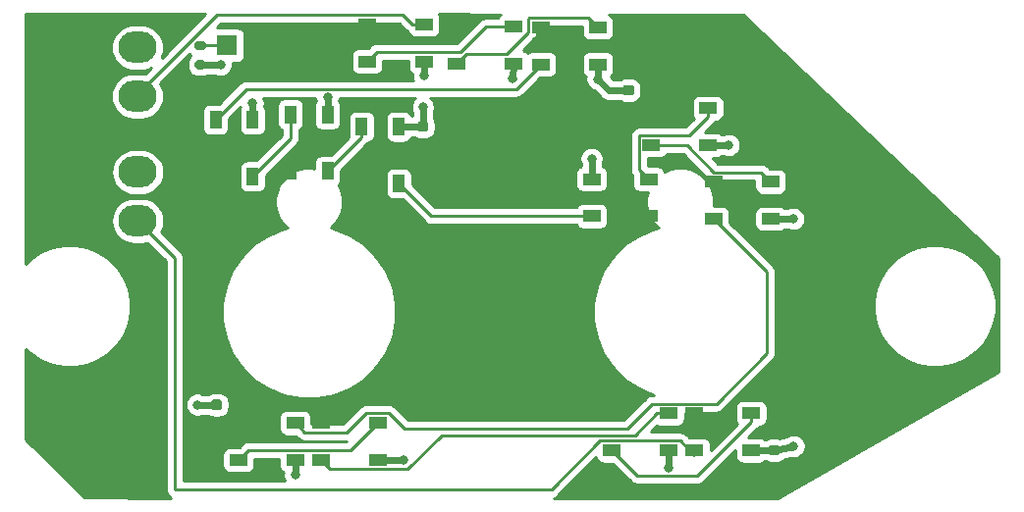
<source format=gbr>
G04 #@! TF.GenerationSoftware,KiCad,Pcbnew,(5.1.6)-1*
G04 #@! TF.CreationDate,2021-02-10T23:04:56+11:00*
G04 #@! TF.ProjectId,ANT SEL Panel PCB V2,414e5420-5345-44c2-9050-616e656c2050,rev?*
G04 #@! TF.SameCoordinates,Original*
G04 #@! TF.FileFunction,Copper,L1,Top*
G04 #@! TF.FilePolarity,Positive*
%FSLAX46Y46*%
G04 Gerber Fmt 4.6, Leading zero omitted, Abs format (unit mm)*
G04 Created by KiCad (PCBNEW (5.1.6)-1) date 2021-02-10 23:04:56*
%MOMM*%
%LPD*%
G01*
G04 APERTURE LIST*
G04 #@! TA.AperFunction,ComponentPad*
%ADD10O,3.300000X2.700000*%
G04 #@! TD*
G04 #@! TA.AperFunction,ComponentPad*
%ADD11C,1.800000*%
G04 #@! TD*
G04 #@! TA.AperFunction,ComponentPad*
%ADD12R,1.800000X1.800000*%
G04 #@! TD*
G04 #@! TA.AperFunction,SMDPad,CuDef*
%ADD13R,1.500000X1.000000*%
G04 #@! TD*
G04 #@! TA.AperFunction,SMDPad,CuDef*
%ADD14R,1.000000X1.500000*%
G04 #@! TD*
G04 #@! TA.AperFunction,ViaPad*
%ADD15C,0.800000*%
G04 #@! TD*
G04 #@! TA.AperFunction,ViaPad*
%ADD16C,1.500000*%
G04 #@! TD*
G04 #@! TA.AperFunction,Conductor*
%ADD17C,0.250000*%
G04 #@! TD*
G04 #@! TA.AperFunction,Conductor*
%ADD18C,0.600000*%
G04 #@! TD*
G04 #@! TA.AperFunction,Conductor*
%ADD19C,0.254000*%
G04 #@! TD*
G04 APERTURE END LIST*
D10*
G04 #@! TO.P,J2,4*
G04 #@! TO.N,/DATAOUT*
X87930620Y-56889760D03*
G04 #@! TO.P,J2,3*
G04 #@! TO.N,/LEDGND*
X87930620Y-52689760D03*
G04 #@! TO.P,J2,2*
G04 #@! TO.N,/LED+5V*
X82430620Y-56889760D03*
G04 #@! TO.P,J2,1*
G04 #@! TA.AperFunction,ComponentPad*
G36*
G01*
X81030621Y-51339760D02*
X83830619Y-51339760D01*
G75*
G02*
X84080620Y-51589761I0J-250001D01*
G01*
X84080620Y-53789759D01*
G75*
G02*
X83830619Y-54039760I-250001J0D01*
G01*
X81030621Y-54039760D01*
G75*
G02*
X80780620Y-53789759I0J250001D01*
G01*
X80780620Y-51589761D01*
G75*
G02*
X81030621Y-51339760I250001J0D01*
G01*
G37*
G04 #@! TD.AperFunction*
G04 #@! TD*
G04 #@! TO.P,J1,4*
G04 #@! TO.N,/DATAIN*
X87905220Y-46137940D03*
G04 #@! TO.P,J1,3*
G04 #@! TO.N,/LEDGND*
X87905220Y-41937940D03*
G04 #@! TO.P,J1,2*
G04 #@! TO.N,/LED+5V*
X82405220Y-46137940D03*
G04 #@! TO.P,J1,1*
G04 #@! TA.AperFunction,ComponentPad*
G36*
G01*
X81005221Y-40587940D02*
X83805219Y-40587940D01*
G75*
G02*
X84055220Y-40837941I0J-250001D01*
G01*
X84055220Y-43037939D01*
G75*
G02*
X83805219Y-43287940I-250001J0D01*
G01*
X81005221Y-43287940D01*
G75*
G02*
X80755220Y-43037939I0J250001D01*
G01*
X80755220Y-40837941D01*
G75*
G02*
X81005221Y-40587940I250001J0D01*
G01*
G37*
G04 #@! TD.AperFunction*
G04 #@! TD*
G04 #@! TO.P,R1,2*
G04 #@! TO.N,Net-(D14-Pad1)*
G04 #@! TA.AperFunction,SMDPad,CuDef*
G36*
G01*
X93602220Y-42170300D02*
X93052220Y-42170300D01*
G75*
G02*
X92852220Y-41970300I0J200000D01*
G01*
X92852220Y-41570300D01*
G75*
G02*
X93052220Y-41370300I200000J0D01*
G01*
X93602220Y-41370300D01*
G75*
G02*
X93802220Y-41570300I0J-200000D01*
G01*
X93802220Y-41970300D01*
G75*
G02*
X93602220Y-42170300I-200000J0D01*
G01*
G37*
G04 #@! TD.AperFunction*
G04 #@! TO.P,R1,1*
G04 #@! TO.N,/LEDGND*
G04 #@! TA.AperFunction,SMDPad,CuDef*
G36*
G01*
X93602220Y-43820300D02*
X93052220Y-43820300D01*
G75*
G02*
X92852220Y-43620300I0J200000D01*
G01*
X92852220Y-43220300D01*
G75*
G02*
X93052220Y-43020300I200000J0D01*
G01*
X93602220Y-43020300D01*
G75*
G02*
X93802220Y-43220300I0J-200000D01*
G01*
X93802220Y-43620300D01*
G75*
G02*
X93602220Y-43820300I-200000J0D01*
G01*
G37*
G04 #@! TD.AperFunction*
G04 #@! TD*
G04 #@! TO.P,C5,2*
G04 #@! TO.N,/LEDGND*
G04 #@! TA.AperFunction,SMDPad,CuDef*
G36*
G01*
X94974220Y-73222940D02*
X94474220Y-73222940D01*
G75*
G02*
X94249220Y-72997940I0J225000D01*
G01*
X94249220Y-72547940D01*
G75*
G02*
X94474220Y-72322940I225000J0D01*
G01*
X94974220Y-72322940D01*
G75*
G02*
X95199220Y-72547940I0J-225000D01*
G01*
X95199220Y-72997940D01*
G75*
G02*
X94974220Y-73222940I-225000J0D01*
G01*
G37*
G04 #@! TD.AperFunction*
G04 #@! TO.P,C5,1*
G04 #@! TO.N,/LED+5V*
G04 #@! TA.AperFunction,SMDPad,CuDef*
G36*
G01*
X94974220Y-74772940D02*
X94474220Y-74772940D01*
G75*
G02*
X94249220Y-74547940I0J225000D01*
G01*
X94249220Y-74097940D01*
G75*
G02*
X94474220Y-73872940I225000J0D01*
G01*
X94974220Y-73872940D01*
G75*
G02*
X95199220Y-74097940I0J-225000D01*
G01*
X95199220Y-74547940D01*
G75*
G02*
X94974220Y-74772940I-225000J0D01*
G01*
G37*
G04 #@! TD.AperFunction*
G04 #@! TD*
G04 #@! TO.P,C4,2*
G04 #@! TO.N,/LEDGND*
G04 #@! TA.AperFunction,SMDPad,CuDef*
G36*
G01*
X142566580Y-76252920D02*
X143066580Y-76252920D01*
G75*
G02*
X143291580Y-76477920I0J-225000D01*
G01*
X143291580Y-76927920D01*
G75*
G02*
X143066580Y-77152920I-225000J0D01*
G01*
X142566580Y-77152920D01*
G75*
G02*
X142341580Y-76927920I0J225000D01*
G01*
X142341580Y-76477920D01*
G75*
G02*
X142566580Y-76252920I225000J0D01*
G01*
G37*
G04 #@! TD.AperFunction*
G04 #@! TO.P,C4,1*
G04 #@! TO.N,/LED+5V*
G04 #@! TA.AperFunction,SMDPad,CuDef*
G36*
G01*
X142566580Y-74702920D02*
X143066580Y-74702920D01*
G75*
G02*
X143291580Y-74927920I0J-225000D01*
G01*
X143291580Y-75377920D01*
G75*
G02*
X143066580Y-75602920I-225000J0D01*
G01*
X142566580Y-75602920D01*
G75*
G02*
X142341580Y-75377920I0J225000D01*
G01*
X142341580Y-74927920D01*
G75*
G02*
X142566580Y-74702920I225000J0D01*
G01*
G37*
G04 #@! TD.AperFunction*
G04 #@! TD*
G04 #@! TO.P,C3,2*
G04 #@! TO.N,/LEDGND*
G04 #@! TA.AperFunction,SMDPad,CuDef*
G36*
G01*
X130513900Y-46072880D02*
X130013900Y-46072880D01*
G75*
G02*
X129788900Y-45847880I0J225000D01*
G01*
X129788900Y-45397880D01*
G75*
G02*
X130013900Y-45172880I225000J0D01*
G01*
X130513900Y-45172880D01*
G75*
G02*
X130738900Y-45397880I0J-225000D01*
G01*
X130738900Y-45847880D01*
G75*
G02*
X130513900Y-46072880I-225000J0D01*
G01*
G37*
G04 #@! TD.AperFunction*
G04 #@! TO.P,C3,1*
G04 #@! TO.N,/LED+5V*
G04 #@! TA.AperFunction,SMDPad,CuDef*
G36*
G01*
X130513900Y-47622880D02*
X130013900Y-47622880D01*
G75*
G02*
X129788900Y-47397880I0J225000D01*
G01*
X129788900Y-46947880D01*
G75*
G02*
X130013900Y-46722880I225000J0D01*
G01*
X130513900Y-46722880D01*
G75*
G02*
X130738900Y-46947880I0J-225000D01*
G01*
X130738900Y-47397880D01*
G75*
G02*
X130513900Y-47622880I-225000J0D01*
G01*
G37*
G04 #@! TD.AperFunction*
G04 #@! TD*
G04 #@! TO.P,C2,2*
G04 #@! TO.N,/LEDGND*
G04 #@! TA.AperFunction,SMDPad,CuDef*
G36*
G01*
X112974240Y-48495140D02*
X112974240Y-48995140D01*
G75*
G02*
X112749240Y-49220140I-225000J0D01*
G01*
X112299240Y-49220140D01*
G75*
G02*
X112074240Y-48995140I0J225000D01*
G01*
X112074240Y-48495140D01*
G75*
G02*
X112299240Y-48270140I225000J0D01*
G01*
X112749240Y-48270140D01*
G75*
G02*
X112974240Y-48495140I0J-225000D01*
G01*
G37*
G04 #@! TD.AperFunction*
G04 #@! TO.P,C2,1*
G04 #@! TO.N,/LED+5V*
G04 #@! TA.AperFunction,SMDPad,CuDef*
G36*
G01*
X114524240Y-48495140D02*
X114524240Y-48995140D01*
G75*
G02*
X114299240Y-49220140I-225000J0D01*
G01*
X113849240Y-49220140D01*
G75*
G02*
X113624240Y-48995140I0J225000D01*
G01*
X113624240Y-48495140D01*
G75*
G02*
X113849240Y-48270140I225000J0D01*
G01*
X114299240Y-48270140D01*
G75*
G02*
X114524240Y-48495140I0J-225000D01*
G01*
G37*
G04 #@! TD.AperFunction*
G04 #@! TD*
D11*
G04 #@! TO.P,D14,2*
G04 #@! TO.N,/LED+5V*
X98150000Y-41750000D03*
D12*
G04 #@! TO.P,D14,1*
G04 #@! TO.N,Net-(D14-Pad1)*
X95610000Y-41750000D03*
G04 #@! TD*
D13*
G04 #@! TO.P,D13,1*
G04 #@! TO.N,/LED+5V*
X135941200Y-73507600D03*
G04 #@! TO.P,D13,2*
G04 #@! TO.N,/DATAOUT*
X135941200Y-76707600D03*
G04 #@! TO.P,D13,4*
G04 #@! TO.N,Net-(D12-Pad2)*
X140841200Y-73507600D03*
G04 #@! TO.P,D13,3*
G04 #@! TO.N,/LEDGND*
X140841200Y-76707600D03*
G04 #@! TD*
G04 #@! TO.P,D12,1*
G04 #@! TO.N,/LED+5V*
X128829200Y-73507600D03*
G04 #@! TO.P,D12,2*
G04 #@! TO.N,Net-(D12-Pad2)*
X128829200Y-76707600D03*
G04 #@! TO.P,D12,4*
G04 #@! TO.N,Net-(D11-Pad2)*
X133729200Y-73507600D03*
G04 #@! TO.P,D12,3*
G04 #@! TO.N,/LEDGND*
X133729200Y-76707600D03*
G04 #@! TD*
G04 #@! TO.P,D11,1*
G04 #@! TO.N,/LED+5V*
X103710200Y-74320400D03*
G04 #@! TO.P,D11,2*
G04 #@! TO.N,Net-(D11-Pad2)*
X103710200Y-77520400D03*
G04 #@! TO.P,D11,4*
G04 #@! TO.N,Net-(D10-Pad2)*
X108610200Y-74320400D03*
G04 #@! TO.P,D11,3*
G04 #@! TO.N,/LEDGND*
X108610200Y-77520400D03*
G04 #@! TD*
G04 #@! TO.P,D10,1*
G04 #@! TO.N,/LED+5V*
X96610200Y-74346000D03*
G04 #@! TO.P,D10,2*
G04 #@! TO.N,Net-(D10-Pad2)*
X96610200Y-77546000D03*
G04 #@! TO.P,D10,4*
G04 #@! TO.N,Net-(D10-Pad4)*
X101510200Y-74346000D03*
G04 #@! TO.P,D10,3*
G04 #@! TO.N,/LEDGND*
X101510200Y-77546000D03*
G04 #@! TD*
G04 #@! TO.P,D9,1*
G04 #@! TO.N,/LED+5V*
X137605200Y-53518000D03*
G04 #@! TO.P,D9,2*
G04 #@! TO.N,Net-(D10-Pad4)*
X137605200Y-56718000D03*
G04 #@! TO.P,D9,4*
G04 #@! TO.N,Net-(D8-Pad2)*
X142505200Y-53518000D03*
G04 #@! TO.P,D9,3*
G04 #@! TO.N,/LEDGND*
X142505200Y-56718000D03*
G04 #@! TD*
G04 #@! TO.P,D8,1*
G04 #@! TO.N,/LED+5V*
X132221200Y-47168000D03*
G04 #@! TO.P,D8,2*
G04 #@! TO.N,Net-(D8-Pad2)*
X132221200Y-50368000D03*
G04 #@! TO.P,D8,4*
G04 #@! TO.N,Net-(D7-Pad2)*
X137121200Y-47168000D03*
G04 #@! TO.P,D8,3*
G04 #@! TO.N,/LEDGND*
X137121200Y-50368000D03*
G04 #@! TD*
G04 #@! TO.P,D7,1*
G04 #@! TO.N,/LED+5V*
X131978200Y-56489200D03*
G04 #@! TO.P,D7,2*
G04 #@! TO.N,Net-(D7-Pad2)*
X131978200Y-53289200D03*
G04 #@! TO.P,D7,4*
G04 #@! TO.N,Net-(D6-Pad2)*
X127078200Y-56489200D03*
G04 #@! TO.P,D7,3*
G04 #@! TO.N,/LEDGND*
X127078200Y-53289200D03*
G04 #@! TD*
D14*
G04 #@! TO.P,D6,1*
G04 #@! TO.N,/LED+5V*
X107239200Y-53668000D03*
G04 #@! TO.P,D6,2*
G04 #@! TO.N,Net-(D6-Pad2)*
X110439200Y-53668000D03*
G04 #@! TO.P,D6,4*
G04 #@! TO.N,Net-(D5-Pad2)*
X107239200Y-48768000D03*
G04 #@! TO.P,D6,3*
G04 #@! TO.N,/LEDGND*
X110439200Y-48768000D03*
G04 #@! TD*
G04 #@! TO.P,D5,1*
G04 #@! TO.N,/LED+5V*
X101092200Y-52601200D03*
G04 #@! TO.P,D5,2*
G04 #@! TO.N,Net-(D5-Pad2)*
X104292200Y-52601200D03*
G04 #@! TO.P,D5,4*
G04 #@! TO.N,Net-(D4-Pad2)*
X101092200Y-47701200D03*
G04 #@! TO.P,D5,3*
G04 #@! TO.N,/LEDGND*
X104292200Y-47701200D03*
G04 #@! TD*
G04 #@! TO.P,D4,1*
G04 #@! TO.N,/LED+5V*
X94640800Y-53058400D03*
G04 #@! TO.P,D4,2*
G04 #@! TO.N,Net-(D4-Pad2)*
X97840800Y-53058400D03*
G04 #@! TO.P,D4,4*
G04 #@! TO.N,Net-(D3-Pad2)*
X94640800Y-48158400D03*
G04 #@! TO.P,D4,3*
G04 #@! TO.N,/LEDGND*
X97840800Y-48158400D03*
G04 #@! TD*
D13*
G04 #@! TO.P,D3,1*
G04 #@! TO.N,/LED+5V*
X122709200Y-40182800D03*
G04 #@! TO.P,D3,2*
G04 #@! TO.N,Net-(D3-Pad2)*
X122709200Y-43382800D03*
G04 #@! TO.P,D3,4*
G04 #@! TO.N,Net-(D2-Pad2)*
X127609200Y-40182800D03*
G04 #@! TO.P,D3,3*
G04 #@! TO.N,/LEDGND*
X127609200Y-43382800D03*
G04 #@! TD*
G04 #@! TO.P,D2,1*
G04 #@! TO.N,/LED+5V*
X115406200Y-40106800D03*
G04 #@! TO.P,D2,2*
G04 #@! TO.N,Net-(D2-Pad2)*
X115406200Y-43306800D03*
G04 #@! TO.P,D2,4*
G04 #@! TO.N,Net-(D1-Pad2)*
X120306200Y-40106800D03*
G04 #@! TO.P,D2,3*
G04 #@! TO.N,/LEDGND*
X120306200Y-43306800D03*
G04 #@! TD*
G04 #@! TO.P,D1,1*
G04 #@! TO.N,/LED+5V*
X107723200Y-39929200D03*
G04 #@! TO.P,D1,2*
G04 #@! TO.N,Net-(D1-Pad2)*
X107723200Y-43129200D03*
G04 #@! TO.P,D1,4*
G04 #@! TO.N,/DATAIN*
X112623200Y-39929200D03*
G04 #@! TO.P,D1,3*
G04 #@! TO.N,/LEDGND*
X112623200Y-43129200D03*
G04 #@! TD*
D15*
G04 #@! TO.N,/LEDGND*
X112524240Y-47086820D03*
X112623600Y-44361100D03*
X120291860Y-44602400D03*
X127589280Y-44663360D03*
X138897360Y-50360580D03*
X144447260Y-56715660D03*
X133728460Y-78181200D03*
X110837980Y-77518260D03*
X101510200Y-78842500D03*
X93078300Y-72771000D03*
X97840800Y-46743620D03*
X104294940Y-46222920D03*
X127073660Y-51531520D03*
X95074740Y-43426380D03*
X144505680Y-76344780D03*
D16*
G04 #@! TO.N,/LED+5V*
X113309400Y-52677060D03*
G04 #@! TD*
D17*
G04 #@! TO.N,Net-(D1-Pad2)*
X108548201Y-42304199D02*
X107723200Y-43129200D01*
X115767621Y-42304199D02*
X108548201Y-42304199D01*
X117965020Y-40106800D02*
X115767621Y-42304199D01*
X120306200Y-40106800D02*
X117965020Y-40106800D01*
G04 #@! TO.N,Net-(D2-Pad2)*
X126784199Y-39357799D02*
X127609200Y-40182800D01*
X121699199Y-39357799D02*
X126784199Y-39357799D01*
X121634199Y-39422799D02*
X121699199Y-39357799D01*
X121634199Y-40613803D02*
X121634199Y-39422799D01*
X119766203Y-42481799D02*
X121634199Y-40613803D01*
X116231201Y-42481799D02*
X119766203Y-42481799D01*
X115406200Y-43306800D02*
X116231201Y-42481799D01*
G04 #@! TO.N,Net-(D3-Pad2)*
X120594081Y-45497919D02*
X122709200Y-43382800D01*
X97301281Y-45497919D02*
X120594081Y-45497919D01*
X94640800Y-48158400D02*
X97301281Y-45497919D01*
G04 #@! TO.N,Net-(D4-Pad2)*
X101092200Y-49807000D02*
X97840800Y-53058400D01*
X101092200Y-47701200D02*
X101092200Y-49807000D01*
G04 #@! TO.N,Net-(D5-Pad2)*
X107239200Y-49654200D02*
X104292200Y-52601200D01*
X107239200Y-48768000D02*
X107239200Y-49654200D01*
G04 #@! TO.N,Net-(D6-Pad2)*
X113260400Y-56489200D02*
X127078200Y-56489200D01*
X110439200Y-53668000D02*
X113260400Y-56489200D01*
G04 #@! TO.N,Net-(D7-Pad2)*
X131146199Y-52457199D02*
X131978200Y-53289200D01*
X131146199Y-49607999D02*
X131146199Y-52457199D01*
X131211199Y-49542999D02*
X131146199Y-49607999D01*
X135496201Y-49542999D02*
X131211199Y-49542999D01*
X137121200Y-47918000D02*
X135496201Y-49542999D01*
X137121200Y-47168000D02*
X137121200Y-47918000D01*
G04 #@! TO.N,Net-(D8-Pad2)*
X141680199Y-52692999D02*
X142505200Y-53518000D01*
X137611197Y-52692999D02*
X141680199Y-52692999D01*
X135286198Y-50368000D02*
X137611197Y-52692999D01*
X132221200Y-50368000D02*
X135286198Y-50368000D01*
G04 #@! TO.N,Net-(D10-Pad4)*
X109620201Y-73495399D02*
X110940502Y-74815700D01*
X107600199Y-73495399D02*
X109620201Y-73495399D01*
X101510200Y-74346000D02*
X102309601Y-75145401D01*
X105950197Y-75145401D02*
X107600199Y-73495399D01*
X102309601Y-75145401D02*
X105950197Y-75145401D01*
X110940502Y-74815700D02*
X130175000Y-74815700D01*
X142177071Y-61289871D02*
X137605200Y-56718000D01*
X137846146Y-72682599D02*
X142177071Y-68351674D01*
X142177071Y-68351674D02*
X142177071Y-61289871D01*
X132308101Y-72682599D02*
X137846146Y-72682599D01*
X130175000Y-74815700D02*
X132308101Y-72682599D01*
G04 #@! TO.N,Net-(D10-Pad2)*
X96610200Y-77546000D02*
X97476140Y-76680060D01*
X106250540Y-76680060D02*
X108610200Y-74320400D01*
X97476140Y-76680060D02*
X106250540Y-76680060D01*
G04 #@! TO.N,Net-(D11-Pad2)*
X104535201Y-78345401D02*
X103710200Y-77520400D01*
X111214799Y-78345401D02*
X104535201Y-78345401D01*
X114127611Y-75432589D02*
X111214799Y-78345401D01*
X130804211Y-75432589D02*
X114127611Y-75432589D01*
X132729200Y-73507600D02*
X130804211Y-75432589D01*
X133729200Y-73507600D02*
X132729200Y-73507600D01*
G04 #@! TO.N,Net-(D12-Pad2)*
X131027801Y-78906201D02*
X128829200Y-76707600D01*
X140841200Y-74257600D02*
X136192599Y-78906201D01*
X136192599Y-78906201D02*
X131027801Y-78906201D01*
X140841200Y-73507600D02*
X140841200Y-74257600D01*
D18*
G04 #@! TO.N,/LEDGND*
X112501380Y-48768000D02*
X112524240Y-48745140D01*
X110439200Y-48768000D02*
X112501380Y-48768000D01*
X112524240Y-48745140D02*
X112524240Y-47086820D01*
X112524240Y-47086820D02*
X112524240Y-47086820D01*
X112623200Y-43129200D02*
X112623600Y-44361100D01*
X112623600Y-44361100D02*
X112623200Y-44360700D01*
X120306200Y-43306800D02*
X120291860Y-44602400D01*
X120291860Y-44602400D02*
X120306200Y-44588060D01*
X127609200Y-43382800D02*
X127589280Y-44663360D01*
X127589280Y-44663360D02*
X127609200Y-44643440D01*
X128548800Y-45622880D02*
X127589280Y-44663360D01*
X130263900Y-45622880D02*
X128548800Y-45622880D01*
X137121200Y-50368000D02*
X138897360Y-50360580D01*
X138897360Y-50360580D02*
X138889940Y-50368000D01*
X142505200Y-56718000D02*
X144447260Y-56715660D01*
X144447260Y-56715660D02*
X144444920Y-56718000D01*
X142811900Y-76707600D02*
X142816580Y-76702920D01*
X140841200Y-76707600D02*
X142811900Y-76707600D01*
X133729200Y-76707600D02*
X133728460Y-78181200D01*
X133728460Y-78181200D02*
X133729200Y-78180460D01*
X108610200Y-77520400D02*
X110837980Y-77518260D01*
X110837980Y-77518260D02*
X110835840Y-77520400D01*
X101510200Y-77546000D02*
X101510200Y-78842500D01*
X101510200Y-78842500D02*
X101510200Y-78842500D01*
X94724220Y-72772940D02*
X93078300Y-72771000D01*
X93078300Y-72771000D02*
X93080240Y-72772940D01*
X97840800Y-48158400D02*
X97840800Y-46743620D01*
X97840800Y-46743620D02*
X97840800Y-46743620D01*
X104292200Y-47701200D02*
X104294940Y-46222920D01*
X104294940Y-46222920D02*
X104292200Y-46225660D01*
X127078200Y-53289200D02*
X127073660Y-51531520D01*
X127073660Y-51531520D02*
X127078200Y-51536060D01*
X93327220Y-43420300D02*
X95074740Y-43426380D01*
X95074740Y-43426380D02*
X95068660Y-43420300D01*
X142816580Y-76702920D02*
X144505680Y-76344780D01*
D17*
G04 #@! TO.N,Net-(D14-Pad1)*
X95589700Y-41770300D02*
X95610000Y-41750000D01*
X93327220Y-41770300D02*
X95589700Y-41770300D01*
G04 #@! TO.N,/DATAIN*
X110798199Y-39104199D02*
X94775843Y-39104199D01*
X87950940Y-45929102D02*
X87950940Y-47062500D01*
X111623200Y-39929200D02*
X110798199Y-39104199D01*
X112623200Y-39929200D02*
X111623200Y-39929200D01*
X87905220Y-45974822D02*
X87905220Y-46137940D01*
X94775843Y-39104199D02*
X87905220Y-45974822D01*
G04 #@! TO.N,/DATAOUT*
X91117420Y-60076560D02*
X87930620Y-56889760D01*
X91117420Y-80098900D02*
X91117420Y-60076560D01*
X135941200Y-77084598D02*
X134739201Y-75882599D01*
X135941200Y-76707600D02*
X135941200Y-77084598D01*
X127819199Y-75882599D02*
X123602898Y-80098900D01*
X123602898Y-80098900D02*
X91117420Y-80098900D01*
X134739201Y-75882599D02*
X127819199Y-75882599D01*
G04 #@! TD*
D19*
G04 #@! TO.N,/LED+5V*
G36*
X93788044Y-39017196D02*
G01*
X89983685Y-42821555D01*
X90047994Y-42701242D01*
X90161498Y-42327068D01*
X90199824Y-41937940D01*
X90161498Y-41548812D01*
X90047994Y-41174638D01*
X89863673Y-40829797D01*
X89615618Y-40527542D01*
X89313363Y-40279487D01*
X88968522Y-40095166D01*
X88594348Y-39981662D01*
X88302730Y-39952940D01*
X87507710Y-39952940D01*
X87216092Y-39981662D01*
X86841918Y-40095166D01*
X86497077Y-40279487D01*
X86194822Y-40527542D01*
X85946767Y-40829797D01*
X85762446Y-41174638D01*
X85648942Y-41548812D01*
X85610616Y-41937940D01*
X85648942Y-42327068D01*
X85762446Y-42701242D01*
X85946767Y-43046083D01*
X86194822Y-43348338D01*
X86497077Y-43596393D01*
X86841918Y-43780714D01*
X87216092Y-43894218D01*
X87507710Y-43922940D01*
X88302730Y-43922940D01*
X88594348Y-43894218D01*
X88968522Y-43780714D01*
X89088836Y-43716405D01*
X88616776Y-44188465D01*
X88594348Y-44181662D01*
X88302730Y-44152940D01*
X87507710Y-44152940D01*
X87216092Y-44181662D01*
X86841918Y-44295166D01*
X86497077Y-44479487D01*
X86194822Y-44727542D01*
X85946767Y-45029797D01*
X85762446Y-45374638D01*
X85648942Y-45748812D01*
X85610616Y-46137940D01*
X85648942Y-46527068D01*
X85762446Y-46901242D01*
X85946767Y-47246083D01*
X86194822Y-47548338D01*
X86497077Y-47796393D01*
X86841918Y-47980714D01*
X87216092Y-48094218D01*
X87507710Y-48122940D01*
X88302730Y-48122940D01*
X88594348Y-48094218D01*
X88968522Y-47980714D01*
X89313363Y-47796393D01*
X89615618Y-47548338D01*
X89863673Y-47246083D01*
X90047994Y-46901242D01*
X90161498Y-46527068D01*
X90199824Y-46137940D01*
X90161498Y-45748812D01*
X90047994Y-45374638D01*
X89885051Y-45069792D01*
X92429108Y-42525735D01*
X92459614Y-42562906D01*
X92499086Y-42595300D01*
X92459614Y-42627694D01*
X92355389Y-42754692D01*
X92277942Y-42899584D01*
X92230251Y-43056800D01*
X92214148Y-43220300D01*
X92214148Y-43620300D01*
X92230251Y-43783800D01*
X92277942Y-43941016D01*
X92355389Y-44085908D01*
X92459614Y-44212906D01*
X92586612Y-44317131D01*
X92731504Y-44394578D01*
X92888720Y-44442269D01*
X93052220Y-44458372D01*
X93602220Y-44458372D01*
X93765720Y-44442269D01*
X93922936Y-44394578D01*
X93992082Y-44357618D01*
X94623669Y-44359816D01*
X94772842Y-44421606D01*
X94972801Y-44461380D01*
X95176679Y-44461380D01*
X95376638Y-44421606D01*
X95564996Y-44343585D01*
X95734514Y-44230317D01*
X95878677Y-44086154D01*
X95991945Y-43916636D01*
X96069966Y-43728278D01*
X96109740Y-43528319D01*
X96109740Y-43324441D01*
X96102506Y-43288072D01*
X96510000Y-43288072D01*
X96634482Y-43275812D01*
X96754180Y-43239502D01*
X96864494Y-43180537D01*
X96961185Y-43101185D01*
X97040537Y-43004494D01*
X97099502Y-42894180D01*
X97135812Y-42774482D01*
X97148072Y-42650000D01*
X97148072Y-40850000D01*
X97135812Y-40725518D01*
X97099502Y-40605820D01*
X97040537Y-40495506D01*
X96961185Y-40398815D01*
X96864494Y-40319463D01*
X96754180Y-40260498D01*
X96634482Y-40224188D01*
X96510000Y-40211928D01*
X94742916Y-40211928D01*
X95090645Y-39864199D01*
X110483398Y-39864199D01*
X111059401Y-40440202D01*
X111083199Y-40469201D01*
X111112197Y-40492999D01*
X111198924Y-40564174D01*
X111260566Y-40597123D01*
X111283698Y-40673380D01*
X111342663Y-40783694D01*
X111422015Y-40880385D01*
X111518706Y-40959737D01*
X111629020Y-41018702D01*
X111748718Y-41055012D01*
X111873200Y-41067272D01*
X113373200Y-41067272D01*
X113497682Y-41055012D01*
X113617380Y-41018702D01*
X113727694Y-40959737D01*
X113824385Y-40880385D01*
X113903737Y-40783694D01*
X113962702Y-40673380D01*
X113999012Y-40553682D01*
X114011272Y-40429200D01*
X114011272Y-39429200D01*
X113999012Y-39304718D01*
X113962702Y-39185020D01*
X113903737Y-39074706D01*
X113889350Y-39057175D01*
X119217591Y-39067772D01*
X119201706Y-39076263D01*
X119105015Y-39155615D01*
X119025663Y-39252306D01*
X118975154Y-39346800D01*
X118002342Y-39346800D01*
X117965019Y-39343124D01*
X117927696Y-39346800D01*
X117927687Y-39346800D01*
X117816034Y-39357797D01*
X117672773Y-39401254D01*
X117540744Y-39471826D01*
X117540742Y-39471827D01*
X117540743Y-39471827D01*
X117454016Y-39543001D01*
X117454012Y-39543005D01*
X117425019Y-39566799D01*
X117401225Y-39595792D01*
X115452820Y-41544199D01*
X108585534Y-41544199D01*
X108548201Y-41540522D01*
X108510868Y-41544199D01*
X108399215Y-41555196D01*
X108255954Y-41598653D01*
X108123925Y-41669225D01*
X108008200Y-41764198D01*
X107984402Y-41793197D01*
X107786470Y-41991128D01*
X106973200Y-41991128D01*
X106848718Y-42003388D01*
X106729020Y-42039698D01*
X106618706Y-42098663D01*
X106522015Y-42178015D01*
X106442663Y-42274706D01*
X106383698Y-42385020D01*
X106347388Y-42504718D01*
X106335128Y-42629200D01*
X106335128Y-43629200D01*
X106347388Y-43753682D01*
X106383698Y-43873380D01*
X106442663Y-43983694D01*
X106522015Y-44080385D01*
X106618706Y-44159737D01*
X106729020Y-44218702D01*
X106848718Y-44255012D01*
X106973200Y-44267272D01*
X108473200Y-44267272D01*
X108597682Y-44255012D01*
X108717380Y-44218702D01*
X108827694Y-44159737D01*
X108924385Y-44080385D01*
X109003737Y-43983694D01*
X109062702Y-43873380D01*
X109099012Y-43753682D01*
X109111272Y-43629200D01*
X109111272Y-43064199D01*
X111235128Y-43064199D01*
X111235128Y-43629200D01*
X111247388Y-43753682D01*
X111283698Y-43873380D01*
X111342663Y-43983694D01*
X111422015Y-44080385D01*
X111518706Y-44159737D01*
X111599759Y-44203061D01*
X111588600Y-44259161D01*
X111588600Y-44463039D01*
X111628374Y-44662998D01*
X111659408Y-44737919D01*
X97338603Y-44737919D01*
X97301280Y-44734243D01*
X97263957Y-44737919D01*
X97263948Y-44737919D01*
X97152295Y-44748916D01*
X97009034Y-44792373D01*
X96877005Y-44862945D01*
X96761280Y-44957918D01*
X96737482Y-44986916D01*
X94954071Y-46770328D01*
X94140800Y-46770328D01*
X94016318Y-46782588D01*
X93896620Y-46818898D01*
X93786306Y-46877863D01*
X93689615Y-46957215D01*
X93610263Y-47053906D01*
X93551298Y-47164220D01*
X93514988Y-47283918D01*
X93502728Y-47408400D01*
X93502728Y-48908400D01*
X93514988Y-49032882D01*
X93551298Y-49152580D01*
X93610263Y-49262894D01*
X93689615Y-49359585D01*
X93786306Y-49438937D01*
X93896620Y-49497902D01*
X94016318Y-49534212D01*
X94140800Y-49546472D01*
X95140800Y-49546472D01*
X95265282Y-49534212D01*
X95384980Y-49497902D01*
X95495294Y-49438937D01*
X95591985Y-49359585D01*
X95671337Y-49262894D01*
X95730302Y-49152580D01*
X95766612Y-49032882D01*
X95778872Y-48908400D01*
X95778872Y-48095129D01*
X96798972Y-47075030D01*
X96751298Y-47164220D01*
X96714988Y-47283918D01*
X96702728Y-47408400D01*
X96702728Y-48908400D01*
X96714988Y-49032882D01*
X96751298Y-49152580D01*
X96810263Y-49262894D01*
X96889615Y-49359585D01*
X96986306Y-49438937D01*
X97096620Y-49497902D01*
X97216318Y-49534212D01*
X97340800Y-49546472D01*
X98340800Y-49546472D01*
X98465282Y-49534212D01*
X98584980Y-49497902D01*
X98695294Y-49438937D01*
X98791985Y-49359585D01*
X98871337Y-49262894D01*
X98930302Y-49152580D01*
X98966612Y-49032882D01*
X98978872Y-48908400D01*
X98978872Y-47408400D01*
X98966612Y-47283918D01*
X98930302Y-47164220D01*
X98871337Y-47053906D01*
X98841572Y-47017637D01*
X98875800Y-46845559D01*
X98875800Y-46641681D01*
X98836026Y-46441722D01*
X98759892Y-46257919D01*
X103259940Y-46257919D01*
X103259940Y-46324859D01*
X103299714Y-46524818D01*
X103306740Y-46541780D01*
X103261663Y-46596706D01*
X103202698Y-46707020D01*
X103166388Y-46826718D01*
X103154128Y-46951200D01*
X103154128Y-48451200D01*
X103166388Y-48575682D01*
X103202698Y-48695380D01*
X103261663Y-48805694D01*
X103341015Y-48902385D01*
X103437706Y-48981737D01*
X103548020Y-49040702D01*
X103667718Y-49077012D01*
X103792200Y-49089272D01*
X104792200Y-49089272D01*
X104916682Y-49077012D01*
X105036380Y-49040702D01*
X105146694Y-48981737D01*
X105243385Y-48902385D01*
X105322737Y-48805694D01*
X105381702Y-48695380D01*
X105418012Y-48575682D01*
X105430272Y-48451200D01*
X105430272Y-46951200D01*
X105418012Y-46826718D01*
X105381702Y-46707020D01*
X105322737Y-46596706D01*
X105281302Y-46546217D01*
X105290166Y-46524818D01*
X105329940Y-46324859D01*
X105329940Y-46257919D01*
X111901827Y-46257919D01*
X111864466Y-46282883D01*
X111720303Y-46427046D01*
X111607035Y-46596564D01*
X111529014Y-46784922D01*
X111489240Y-46984881D01*
X111489240Y-47188759D01*
X111529014Y-47388718D01*
X111589241Y-47534117D01*
X111589241Y-47833000D01*
X111546654Y-47833000D01*
X111528702Y-47773820D01*
X111469737Y-47663506D01*
X111390385Y-47566815D01*
X111293694Y-47487463D01*
X111183380Y-47428498D01*
X111063682Y-47392188D01*
X110939200Y-47379928D01*
X109939200Y-47379928D01*
X109814718Y-47392188D01*
X109695020Y-47428498D01*
X109584706Y-47487463D01*
X109488015Y-47566815D01*
X109408663Y-47663506D01*
X109349698Y-47773820D01*
X109313388Y-47893518D01*
X109301128Y-48018000D01*
X109301128Y-49518000D01*
X109313388Y-49642482D01*
X109349698Y-49762180D01*
X109408663Y-49872494D01*
X109488015Y-49969185D01*
X109584706Y-50048537D01*
X109695020Y-50107502D01*
X109814718Y-50143812D01*
X109939200Y-50156072D01*
X110939200Y-50156072D01*
X111063682Y-50143812D01*
X111183380Y-50107502D01*
X111293694Y-50048537D01*
X111390385Y-49969185D01*
X111469737Y-49872494D01*
X111528702Y-49762180D01*
X111546654Y-49703000D01*
X111807853Y-49703000D01*
X111819743Y-49712758D01*
X111968957Y-49792515D01*
X112130863Y-49841628D01*
X112299240Y-49858212D01*
X112749240Y-49858212D01*
X112917617Y-49841628D01*
X113079523Y-49792515D01*
X113228737Y-49712758D01*
X113359524Y-49605424D01*
X113466858Y-49474637D01*
X113546615Y-49325423D01*
X113595728Y-49163517D01*
X113612312Y-48995140D01*
X113612312Y-48495140D01*
X113595728Y-48326763D01*
X113546615Y-48164857D01*
X113466858Y-48015643D01*
X113459240Y-48006360D01*
X113459240Y-47534115D01*
X113519466Y-47388718D01*
X113559240Y-47188759D01*
X113559240Y-46984881D01*
X113519466Y-46784922D01*
X113441445Y-46596564D01*
X113328177Y-46427046D01*
X113184014Y-46282883D01*
X113146653Y-46257919D01*
X120556759Y-46257919D01*
X120594081Y-46261595D01*
X120631403Y-46257919D01*
X120631414Y-46257919D01*
X120743067Y-46246922D01*
X120886328Y-46203465D01*
X121018357Y-46132893D01*
X121134082Y-46037920D01*
X121157885Y-46008916D01*
X122645930Y-44520872D01*
X123459200Y-44520872D01*
X123583682Y-44508612D01*
X123703380Y-44472302D01*
X123813694Y-44413337D01*
X123910385Y-44333985D01*
X123989737Y-44237294D01*
X124048702Y-44126980D01*
X124085012Y-44007282D01*
X124097272Y-43882800D01*
X124097272Y-42882800D01*
X126221128Y-42882800D01*
X126221128Y-43882800D01*
X126233388Y-44007282D01*
X126269698Y-44126980D01*
X126328663Y-44237294D01*
X126408015Y-44333985D01*
X126504706Y-44413337D01*
X126576140Y-44451520D01*
X126554280Y-44561421D01*
X126554280Y-44765299D01*
X126594054Y-44965258D01*
X126672075Y-45153616D01*
X126785343Y-45323134D01*
X126929506Y-45467297D01*
X127099024Y-45580565D01*
X127244422Y-45640791D01*
X127855174Y-46251544D01*
X127884456Y-46287224D01*
X128026828Y-46404066D01*
X128189260Y-46490887D01*
X128301116Y-46524818D01*
X128365507Y-46544351D01*
X128548799Y-46562404D01*
X128594731Y-46557880D01*
X129525120Y-46557880D01*
X129534403Y-46565498D01*
X129683617Y-46645255D01*
X129845523Y-46694368D01*
X130013900Y-46710952D01*
X130513900Y-46710952D01*
X130682277Y-46694368D01*
X130844183Y-46645255D01*
X130993397Y-46565498D01*
X131124184Y-46458164D01*
X131231518Y-46327377D01*
X131311275Y-46178163D01*
X131360388Y-46016257D01*
X131376972Y-45847880D01*
X131376972Y-45397880D01*
X131360388Y-45229503D01*
X131311275Y-45067597D01*
X131231518Y-44918383D01*
X131124184Y-44787596D01*
X130993397Y-44680262D01*
X130844183Y-44600505D01*
X130682277Y-44551392D01*
X130513900Y-44534808D01*
X130013900Y-44534808D01*
X129845523Y-44551392D01*
X129683617Y-44600505D01*
X129534403Y-44680262D01*
X129525120Y-44687880D01*
X128936090Y-44687880D01*
X128679711Y-44431502D01*
X128713694Y-44413337D01*
X128810385Y-44333985D01*
X128889737Y-44237294D01*
X128948702Y-44126980D01*
X128985012Y-44007282D01*
X128997272Y-43882800D01*
X128997272Y-42882800D01*
X128985012Y-42758318D01*
X128948702Y-42638620D01*
X128889737Y-42528306D01*
X128810385Y-42431615D01*
X128713694Y-42352263D01*
X128603380Y-42293298D01*
X128483682Y-42256988D01*
X128359200Y-42244728D01*
X126859200Y-42244728D01*
X126734718Y-42256988D01*
X126615020Y-42293298D01*
X126504706Y-42352263D01*
X126408015Y-42431615D01*
X126328663Y-42528306D01*
X126269698Y-42638620D01*
X126233388Y-42758318D01*
X126221128Y-42882800D01*
X124097272Y-42882800D01*
X124085012Y-42758318D01*
X124048702Y-42638620D01*
X123989737Y-42528306D01*
X123910385Y-42431615D01*
X123813694Y-42352263D01*
X123703380Y-42293298D01*
X123583682Y-42256988D01*
X123459200Y-42244728D01*
X121959200Y-42244728D01*
X121834718Y-42256988D01*
X121715020Y-42293298D01*
X121604706Y-42352263D01*
X121544908Y-42401337D01*
X121507385Y-42355615D01*
X121410694Y-42276263D01*
X121300380Y-42217298D01*
X121180682Y-42180988D01*
X121145300Y-42177503D01*
X122145203Y-41177601D01*
X122174200Y-41153804D01*
X122269173Y-41038079D01*
X122339745Y-40906050D01*
X122383202Y-40762789D01*
X122394199Y-40651136D01*
X122394199Y-40651127D01*
X122397875Y-40613804D01*
X122394199Y-40576481D01*
X122394199Y-40117799D01*
X126221128Y-40117799D01*
X126221128Y-40682800D01*
X126233388Y-40807282D01*
X126269698Y-40926980D01*
X126328663Y-41037294D01*
X126408015Y-41133985D01*
X126504706Y-41213337D01*
X126615020Y-41272302D01*
X126734718Y-41308612D01*
X126859200Y-41320872D01*
X128359200Y-41320872D01*
X128483682Y-41308612D01*
X128603380Y-41272302D01*
X128713694Y-41213337D01*
X128810385Y-41133985D01*
X128889737Y-41037294D01*
X128948702Y-40926980D01*
X128985012Y-40807282D01*
X128997272Y-40682800D01*
X128997272Y-39682800D01*
X128985012Y-39558318D01*
X128948702Y-39438620D01*
X128889737Y-39328306D01*
X128810385Y-39231615D01*
X128713694Y-39152263D01*
X128603380Y-39093298D01*
X128580621Y-39086394D01*
X140174330Y-39109453D01*
X162129000Y-60134851D01*
X162129001Y-69910574D01*
X143073640Y-80848846D01*
X123802386Y-80832583D01*
X123895145Y-80804446D01*
X124027174Y-80733874D01*
X124142899Y-80638901D01*
X124166702Y-80609897D01*
X127452593Y-77324007D01*
X127453388Y-77332082D01*
X127489698Y-77451780D01*
X127548663Y-77562094D01*
X127628015Y-77658785D01*
X127724706Y-77738137D01*
X127835020Y-77797102D01*
X127954718Y-77833412D01*
X128079200Y-77845672D01*
X128892471Y-77845672D01*
X130464002Y-79417204D01*
X130487800Y-79446202D01*
X130603525Y-79541175D01*
X130735554Y-79611747D01*
X130878815Y-79655204D01*
X130990468Y-79666201D01*
X130990477Y-79666201D01*
X131027800Y-79669877D01*
X131065123Y-79666201D01*
X136155277Y-79666201D01*
X136192599Y-79669877D01*
X136229921Y-79666201D01*
X136229932Y-79666201D01*
X136341585Y-79655204D01*
X136484846Y-79611747D01*
X136616875Y-79541175D01*
X136732600Y-79446202D01*
X136756403Y-79417198D01*
X139453128Y-76720474D01*
X139453128Y-77207600D01*
X139465388Y-77332082D01*
X139501698Y-77451780D01*
X139560663Y-77562094D01*
X139640015Y-77658785D01*
X139736706Y-77738137D01*
X139847020Y-77797102D01*
X139966718Y-77833412D01*
X140091200Y-77845672D01*
X141591200Y-77845672D01*
X141715682Y-77833412D01*
X141835380Y-77797102D01*
X141945694Y-77738137D01*
X142042385Y-77658785D01*
X142055668Y-77642600D01*
X142083503Y-77642600D01*
X142087083Y-77645538D01*
X142236297Y-77725295D01*
X142398203Y-77774408D01*
X142566580Y-77790992D01*
X143066580Y-77790992D01*
X143234957Y-77774408D01*
X143396863Y-77725295D01*
X143546077Y-77645538D01*
X143676864Y-77538204D01*
X143738371Y-77463258D01*
X144263574Y-77351899D01*
X144403741Y-77379780D01*
X144607619Y-77379780D01*
X144807578Y-77340006D01*
X144995936Y-77261985D01*
X145165454Y-77148717D01*
X145309617Y-77004554D01*
X145422885Y-76835036D01*
X145500906Y-76646678D01*
X145540680Y-76446719D01*
X145540680Y-76242841D01*
X145500906Y-76042882D01*
X145422885Y-75854524D01*
X145309617Y-75685006D01*
X145165454Y-75540843D01*
X144995936Y-75427575D01*
X144807578Y-75349554D01*
X144607619Y-75309780D01*
X144403741Y-75309780D01*
X144203782Y-75349554D01*
X144015424Y-75427575D01*
X143872119Y-75523328D01*
X143287334Y-75647320D01*
X143234957Y-75631432D01*
X143066580Y-75614848D01*
X142566580Y-75614848D01*
X142398203Y-75631432D01*
X142236297Y-75680545D01*
X142087083Y-75760302D01*
X142072098Y-75772600D01*
X142055668Y-75772600D01*
X142042385Y-75756415D01*
X141945694Y-75677063D01*
X141835380Y-75618098D01*
X141715682Y-75581788D01*
X141591200Y-75569528D01*
X140604074Y-75569528D01*
X141352203Y-74821399D01*
X141381201Y-74797601D01*
X141476174Y-74681876D01*
X141495526Y-74645672D01*
X141591200Y-74645672D01*
X141715682Y-74633412D01*
X141835380Y-74597102D01*
X141945694Y-74538137D01*
X142042385Y-74458785D01*
X142121737Y-74362094D01*
X142180702Y-74251780D01*
X142217012Y-74132082D01*
X142229272Y-74007600D01*
X142229272Y-73007600D01*
X142217012Y-72883118D01*
X142180702Y-72763420D01*
X142121737Y-72653106D01*
X142042385Y-72556415D01*
X141945694Y-72477063D01*
X141835380Y-72418098D01*
X141715682Y-72381788D01*
X141591200Y-72369528D01*
X140091200Y-72369528D01*
X139966718Y-72381788D01*
X139847020Y-72418098D01*
X139736706Y-72477063D01*
X139640015Y-72556415D01*
X139560663Y-72653106D01*
X139501698Y-72763420D01*
X139465388Y-72883118D01*
X139453128Y-73007600D01*
X139453128Y-74007600D01*
X139465388Y-74132082D01*
X139501698Y-74251780D01*
X139560663Y-74362094D01*
X139606298Y-74417700D01*
X137329272Y-76694727D01*
X137329272Y-76207600D01*
X137317012Y-76083118D01*
X137280702Y-75963420D01*
X137221737Y-75853106D01*
X137142385Y-75756415D01*
X137045694Y-75677063D01*
X136935380Y-75618098D01*
X136815682Y-75581788D01*
X136691200Y-75569528D01*
X135500931Y-75569528D01*
X135303005Y-75371602D01*
X135279202Y-75342598D01*
X135163477Y-75247625D01*
X135031448Y-75177053D01*
X134888187Y-75133596D01*
X134776534Y-75122599D01*
X134776523Y-75122599D01*
X134739201Y-75118923D01*
X134701879Y-75122599D01*
X132189002Y-75122599D01*
X132721648Y-74589954D01*
X132735020Y-74597102D01*
X132854718Y-74633412D01*
X132979200Y-74645672D01*
X134479200Y-74645672D01*
X134603682Y-74633412D01*
X134723380Y-74597102D01*
X134833694Y-74538137D01*
X134930385Y-74458785D01*
X135009737Y-74362094D01*
X135068702Y-74251780D01*
X135105012Y-74132082D01*
X135117272Y-74007600D01*
X135117272Y-73442599D01*
X137808824Y-73442599D01*
X137846146Y-73446275D01*
X137883468Y-73442599D01*
X137883479Y-73442599D01*
X137995132Y-73431602D01*
X138138393Y-73388145D01*
X138270422Y-73317573D01*
X138386147Y-73222600D01*
X138409950Y-73193596D01*
X142688075Y-68915472D01*
X142717072Y-68891675D01*
X142812045Y-68775950D01*
X142882617Y-68643921D01*
X142926074Y-68500660D01*
X142937071Y-68389007D01*
X142937071Y-68388997D01*
X142940747Y-68351674D01*
X142937071Y-68314351D01*
X142937071Y-63735934D01*
X151396070Y-63735934D01*
X151396070Y-64775412D01*
X151598862Y-65794917D01*
X151996653Y-66755270D01*
X152574157Y-67619564D01*
X153309179Y-68354586D01*
X154173473Y-68932090D01*
X155133826Y-69329881D01*
X156153331Y-69532673D01*
X157192809Y-69532673D01*
X158212314Y-69329881D01*
X159172667Y-68932090D01*
X160036961Y-68354586D01*
X160771983Y-67619564D01*
X161349487Y-66755270D01*
X161747278Y-65794917D01*
X161950070Y-64775412D01*
X161950070Y-63735934D01*
X161747278Y-62716429D01*
X161349487Y-61756076D01*
X160771983Y-60891782D01*
X160036961Y-60156760D01*
X159172667Y-59579256D01*
X158212314Y-59181465D01*
X157192809Y-58978673D01*
X156153331Y-58978673D01*
X155133826Y-59181465D01*
X154173473Y-59579256D01*
X153309179Y-60156760D01*
X152574157Y-60891782D01*
X151996653Y-61756076D01*
X151598862Y-62716429D01*
X151396070Y-63735934D01*
X142937071Y-63735934D01*
X142937071Y-61327194D01*
X142940747Y-61289871D01*
X142937071Y-61252548D01*
X142937071Y-61252538D01*
X142926074Y-61140885D01*
X142882617Y-60997624D01*
X142812045Y-60865594D01*
X142740870Y-60778868D01*
X142717072Y-60749870D01*
X142688074Y-60726072D01*
X138993272Y-57031271D01*
X138993272Y-56218000D01*
X141117128Y-56218000D01*
X141117128Y-57218000D01*
X141129388Y-57342482D01*
X141165698Y-57462180D01*
X141224663Y-57572494D01*
X141304015Y-57669185D01*
X141400706Y-57748537D01*
X141511020Y-57807502D01*
X141630718Y-57843812D01*
X141755200Y-57856072D01*
X143255200Y-57856072D01*
X143379682Y-57843812D01*
X143499380Y-57807502D01*
X143609694Y-57748537D01*
X143706385Y-57669185D01*
X143720870Y-57651535D01*
X144001261Y-57651197D01*
X144145362Y-57710886D01*
X144345321Y-57750660D01*
X144549199Y-57750660D01*
X144749158Y-57710886D01*
X144937516Y-57632865D01*
X145107034Y-57519597D01*
X145251197Y-57375434D01*
X145364465Y-57205916D01*
X145442486Y-57017558D01*
X145482260Y-56817599D01*
X145482260Y-56613721D01*
X145442486Y-56413762D01*
X145364465Y-56225404D01*
X145251197Y-56055886D01*
X145107034Y-55911723D01*
X144937516Y-55798455D01*
X144749158Y-55720434D01*
X144549199Y-55680660D01*
X144345321Y-55680660D01*
X144145362Y-55720434D01*
X143998660Y-55781201D01*
X143718468Y-55781538D01*
X143706385Y-55766815D01*
X143609694Y-55687463D01*
X143499380Y-55628498D01*
X143379682Y-55592188D01*
X143255200Y-55579928D01*
X141755200Y-55579928D01*
X141630718Y-55592188D01*
X141511020Y-55628498D01*
X141400706Y-55687463D01*
X141304015Y-55766815D01*
X141224663Y-55863506D01*
X141165698Y-55973820D01*
X141129388Y-56093518D01*
X141117128Y-56218000D01*
X138993272Y-56218000D01*
X138981012Y-56093518D01*
X138944702Y-55973820D01*
X138885737Y-55863506D01*
X138806385Y-55766815D01*
X138709694Y-55687463D01*
X138599380Y-55628498D01*
X138479682Y-55592188D01*
X138355200Y-55579928D01*
X137604259Y-55579928D01*
X137615070Y-55525578D01*
X137615070Y-54951768D01*
X137503125Y-54388982D01*
X137283537Y-53858850D01*
X136964745Y-53381744D01*
X136558999Y-52975998D01*
X136081893Y-52657206D01*
X135551761Y-52437618D01*
X134988975Y-52325673D01*
X134415165Y-52325673D01*
X133852379Y-52437618D01*
X133348442Y-52646356D01*
X133317702Y-52545020D01*
X133258737Y-52434706D01*
X133179385Y-52338015D01*
X133082694Y-52258663D01*
X132972380Y-52199698D01*
X132852682Y-52163388D01*
X132728200Y-52151128D01*
X131914929Y-52151128D01*
X131906199Y-52142398D01*
X131906199Y-51506072D01*
X132971200Y-51506072D01*
X133095682Y-51493812D01*
X133215380Y-51457502D01*
X133325694Y-51398537D01*
X133422385Y-51319185D01*
X133501737Y-51222494D01*
X133552246Y-51128000D01*
X134971397Y-51128000D01*
X137047397Y-53204001D01*
X137071196Y-53233000D01*
X137100194Y-53256798D01*
X137186920Y-53327973D01*
X137287518Y-53381744D01*
X137318950Y-53398545D01*
X137462211Y-53442002D01*
X137573864Y-53452999D01*
X137573873Y-53452999D01*
X137611196Y-53456675D01*
X137648519Y-53452999D01*
X141117128Y-53452999D01*
X141117128Y-54018000D01*
X141129388Y-54142482D01*
X141165698Y-54262180D01*
X141224663Y-54372494D01*
X141304015Y-54469185D01*
X141400706Y-54548537D01*
X141511020Y-54607502D01*
X141630718Y-54643812D01*
X141755200Y-54656072D01*
X143255200Y-54656072D01*
X143379682Y-54643812D01*
X143499380Y-54607502D01*
X143609694Y-54548537D01*
X143706385Y-54469185D01*
X143785737Y-54372494D01*
X143844702Y-54262180D01*
X143881012Y-54142482D01*
X143893272Y-54018000D01*
X143893272Y-53018000D01*
X143881012Y-52893518D01*
X143844702Y-52773820D01*
X143785737Y-52663506D01*
X143706385Y-52566815D01*
X143609694Y-52487463D01*
X143499380Y-52428498D01*
X143379682Y-52392188D01*
X143255200Y-52379928D01*
X142441929Y-52379928D01*
X142244002Y-52182001D01*
X142220200Y-52152998D01*
X142104475Y-52058025D01*
X141972446Y-51987453D01*
X141829185Y-51943996D01*
X141717532Y-51932999D01*
X141717521Y-51932999D01*
X141680199Y-51929323D01*
X141642877Y-51932999D01*
X137925999Y-51932999D01*
X137499072Y-51506072D01*
X137871200Y-51506072D01*
X137995682Y-51493812D01*
X138115380Y-51457502D01*
X138225694Y-51398537D01*
X138322385Y-51319185D01*
X138339840Y-51297916D01*
X138454548Y-51297437D01*
X138595462Y-51355806D01*
X138795421Y-51395580D01*
X138999299Y-51395580D01*
X139199258Y-51355806D01*
X139387616Y-51277785D01*
X139557134Y-51164517D01*
X139701297Y-51020354D01*
X139814565Y-50850836D01*
X139892586Y-50662478D01*
X139932360Y-50462519D01*
X139932360Y-50258641D01*
X139892586Y-50058682D01*
X139814565Y-49870324D01*
X139701297Y-49700806D01*
X139557134Y-49556643D01*
X139387616Y-49443375D01*
X139199258Y-49365354D01*
X138999299Y-49325580D01*
X138795421Y-49325580D01*
X138595462Y-49365354D01*
X138445525Y-49427460D01*
X138331512Y-49427936D01*
X138322385Y-49416815D01*
X138225694Y-49337463D01*
X138115380Y-49278498D01*
X137995682Y-49242188D01*
X137871200Y-49229928D01*
X136884074Y-49229928D01*
X137632203Y-48481799D01*
X137661201Y-48458001D01*
X137756174Y-48342276D01*
X137775526Y-48306072D01*
X137871200Y-48306072D01*
X137995682Y-48293812D01*
X138115380Y-48257502D01*
X138225694Y-48198537D01*
X138322385Y-48119185D01*
X138401737Y-48022494D01*
X138460702Y-47912180D01*
X138497012Y-47792482D01*
X138509272Y-47668000D01*
X138509272Y-46668000D01*
X138497012Y-46543518D01*
X138460702Y-46423820D01*
X138401737Y-46313506D01*
X138322385Y-46216815D01*
X138225694Y-46137463D01*
X138115380Y-46078498D01*
X137995682Y-46042188D01*
X137871200Y-46029928D01*
X136371200Y-46029928D01*
X136246718Y-46042188D01*
X136127020Y-46078498D01*
X136016706Y-46137463D01*
X135920015Y-46216815D01*
X135840663Y-46313506D01*
X135781698Y-46423820D01*
X135745388Y-46543518D01*
X135733128Y-46668000D01*
X135733128Y-47668000D01*
X135745388Y-47792482D01*
X135781698Y-47912180D01*
X135840663Y-48022494D01*
X135886298Y-48078101D01*
X135181400Y-48782999D01*
X131248522Y-48782999D01*
X131211199Y-48779323D01*
X131173877Y-48782999D01*
X131173866Y-48782999D01*
X131062213Y-48793996D01*
X130918952Y-48837453D01*
X130786923Y-48908025D01*
X130671198Y-49002998D01*
X130647395Y-49032002D01*
X130635202Y-49044195D01*
X130606198Y-49067998D01*
X130557334Y-49127540D01*
X130511225Y-49183723D01*
X130454434Y-49289971D01*
X130440653Y-49315753D01*
X130397196Y-49459014D01*
X130386199Y-49570667D01*
X130386199Y-49570677D01*
X130382523Y-49607999D01*
X130386199Y-49645322D01*
X130386200Y-52419867D01*
X130382523Y-52457199D01*
X130386200Y-52494532D01*
X130392994Y-52563506D01*
X130397197Y-52606184D01*
X130440653Y-52749445D01*
X130511225Y-52881475D01*
X130541201Y-52918000D01*
X130590128Y-52977617D01*
X130590128Y-53789200D01*
X130602388Y-53913682D01*
X130638698Y-54033380D01*
X130697663Y-54143694D01*
X130777015Y-54240385D01*
X130873706Y-54319737D01*
X130984020Y-54378702D01*
X131103718Y-54415012D01*
X131228200Y-54427272D01*
X131893399Y-54427272D01*
X131789070Y-54951768D01*
X131789070Y-55525578D01*
X131901015Y-56088364D01*
X132120603Y-56618496D01*
X132439395Y-57095602D01*
X132845141Y-57501348D01*
X132854607Y-57507673D01*
X132521110Y-57574010D01*
X131160382Y-58137642D01*
X129935760Y-58955908D01*
X128894305Y-59997363D01*
X128076039Y-61221985D01*
X127512407Y-62582713D01*
X127225070Y-64027253D01*
X127225070Y-65500093D01*
X127512407Y-66944633D01*
X128076039Y-68305361D01*
X128894305Y-69529983D01*
X129935760Y-70571438D01*
X131160382Y-71389704D01*
X132446904Y-71922599D01*
X132345423Y-71922599D01*
X132308100Y-71918923D01*
X132270777Y-71922599D01*
X132270768Y-71922599D01*
X132159115Y-71933596D01*
X132015854Y-71977053D01*
X131883825Y-72047625D01*
X131768100Y-72142598D01*
X131744302Y-72171596D01*
X129860199Y-74055700D01*
X111255304Y-74055700D01*
X110184005Y-72984402D01*
X110160202Y-72955398D01*
X110044477Y-72860425D01*
X109912448Y-72789853D01*
X109769187Y-72746396D01*
X109657534Y-72735399D01*
X109657523Y-72735399D01*
X109620201Y-72731723D01*
X109582879Y-72735399D01*
X107637521Y-72735399D01*
X107600198Y-72731723D01*
X107562875Y-72735399D01*
X107562866Y-72735399D01*
X107451213Y-72746396D01*
X107307952Y-72789853D01*
X107175923Y-72860425D01*
X107060198Y-72955398D01*
X107036400Y-72984396D01*
X105635396Y-74385401D01*
X102898272Y-74385401D01*
X102898272Y-73846000D01*
X102886012Y-73721518D01*
X102849702Y-73601820D01*
X102790737Y-73491506D01*
X102711385Y-73394815D01*
X102614694Y-73315463D01*
X102504380Y-73256498D01*
X102384682Y-73220188D01*
X102260200Y-73207928D01*
X100760200Y-73207928D01*
X100635718Y-73220188D01*
X100516020Y-73256498D01*
X100405706Y-73315463D01*
X100309015Y-73394815D01*
X100229663Y-73491506D01*
X100170698Y-73601820D01*
X100134388Y-73721518D01*
X100122128Y-73846000D01*
X100122128Y-74846000D01*
X100134388Y-74970482D01*
X100170698Y-75090180D01*
X100229663Y-75200494D01*
X100309015Y-75297185D01*
X100405706Y-75376537D01*
X100516020Y-75435502D01*
X100635718Y-75471812D01*
X100760200Y-75484072D01*
X101573470Y-75484072D01*
X101745802Y-75656403D01*
X101769600Y-75685402D01*
X101885325Y-75780375D01*
X102017354Y-75850947D01*
X102160615Y-75894404D01*
X102272268Y-75905401D01*
X102272276Y-75905401D01*
X102309601Y-75909077D01*
X102346926Y-75905401D01*
X105912875Y-75905401D01*
X105947033Y-75908765D01*
X105935739Y-75920060D01*
X97513462Y-75920060D01*
X97476139Y-75916384D01*
X97438816Y-75920060D01*
X97438807Y-75920060D01*
X97327154Y-75931057D01*
X97220466Y-75963420D01*
X97183893Y-75974514D01*
X97051863Y-76045086D01*
X97004878Y-76083646D01*
X96936139Y-76140059D01*
X96912341Y-76169057D01*
X96673470Y-76407928D01*
X95860200Y-76407928D01*
X95735718Y-76420188D01*
X95616020Y-76456498D01*
X95505706Y-76515463D01*
X95409015Y-76594815D01*
X95329663Y-76691506D01*
X95270698Y-76801820D01*
X95234388Y-76921518D01*
X95222128Y-77046000D01*
X95222128Y-78046000D01*
X95234388Y-78170482D01*
X95270698Y-78290180D01*
X95329663Y-78400494D01*
X95409015Y-78497185D01*
X95505706Y-78576537D01*
X95616020Y-78635502D01*
X95735718Y-78671812D01*
X95860200Y-78684072D01*
X97360200Y-78684072D01*
X97484682Y-78671812D01*
X97604380Y-78635502D01*
X97714694Y-78576537D01*
X97811385Y-78497185D01*
X97890737Y-78400494D01*
X97949702Y-78290180D01*
X97986012Y-78170482D01*
X97998272Y-78046000D01*
X97998272Y-77440060D01*
X100122128Y-77440060D01*
X100122128Y-78046000D01*
X100134388Y-78170482D01*
X100170698Y-78290180D01*
X100229663Y-78400494D01*
X100309015Y-78497185D01*
X100405706Y-78576537D01*
X100498012Y-78625876D01*
X100475200Y-78740561D01*
X100475200Y-78944439D01*
X100514974Y-79144398D01*
X100592995Y-79332756D01*
X100597100Y-79338900D01*
X91877420Y-79338900D01*
X91877420Y-72669061D01*
X92043300Y-72669061D01*
X92043300Y-72872939D01*
X92083074Y-73072898D01*
X92161095Y-73261256D01*
X92274363Y-73430774D01*
X92418526Y-73574937D01*
X92588044Y-73688205D01*
X92776402Y-73766226D01*
X92976361Y-73806000D01*
X93180239Y-73806000D01*
X93380198Y-73766226D01*
X93524325Y-73706526D01*
X93984378Y-73707068D01*
X93994723Y-73715558D01*
X94143937Y-73795315D01*
X94305843Y-73844428D01*
X94474220Y-73861012D01*
X94974220Y-73861012D01*
X95142597Y-73844428D01*
X95304503Y-73795315D01*
X95453717Y-73715558D01*
X95584504Y-73608224D01*
X95691838Y-73477437D01*
X95771595Y-73328223D01*
X95820708Y-73166317D01*
X95837292Y-72997940D01*
X95837292Y-72547940D01*
X95820708Y-72379563D01*
X95771595Y-72217657D01*
X95691838Y-72068443D01*
X95584504Y-71937656D01*
X95453717Y-71830322D01*
X95304503Y-71750565D01*
X95142597Y-71701452D01*
X94974220Y-71684868D01*
X94474220Y-71684868D01*
X94305843Y-71701452D01*
X94143937Y-71750565D01*
X93994723Y-71830322D01*
X93986500Y-71837070D01*
X93526871Y-71836528D01*
X93380198Y-71775774D01*
X93180239Y-71736000D01*
X92976361Y-71736000D01*
X92776402Y-71775774D01*
X92588044Y-71853795D01*
X92418526Y-71967063D01*
X92274363Y-72111226D01*
X92161095Y-72280744D01*
X92083074Y-72469102D01*
X92043300Y-72669061D01*
X91877420Y-72669061D01*
X91877420Y-64027253D01*
X95221070Y-64027253D01*
X95221070Y-65500093D01*
X95508407Y-66944633D01*
X96072039Y-68305361D01*
X96890305Y-69529983D01*
X97931760Y-70571438D01*
X99156382Y-71389704D01*
X100517110Y-71953336D01*
X101961650Y-72240673D01*
X103434490Y-72240673D01*
X104879030Y-71953336D01*
X106239758Y-71389704D01*
X107464380Y-70571438D01*
X108505835Y-69529983D01*
X109324101Y-68305361D01*
X109887733Y-66944633D01*
X110175070Y-65500093D01*
X110175070Y-64027253D01*
X109887733Y-62582713D01*
X109324101Y-61221985D01*
X108505835Y-59997363D01*
X107464380Y-58955908D01*
X106239758Y-58137642D01*
X104879030Y-57574010D01*
X104545533Y-57507673D01*
X104554999Y-57501348D01*
X104960745Y-57095602D01*
X105279537Y-56618496D01*
X105499125Y-56088364D01*
X105611070Y-55525578D01*
X105611070Y-54951768D01*
X105499125Y-54388982D01*
X105279537Y-53858850D01*
X105242367Y-53803221D01*
X105243385Y-53802385D01*
X105322737Y-53705694D01*
X105381702Y-53595380D01*
X105418012Y-53475682D01*
X105430272Y-53351200D01*
X105430272Y-52918000D01*
X109301128Y-52918000D01*
X109301128Y-54418000D01*
X109313388Y-54542482D01*
X109349698Y-54662180D01*
X109408663Y-54772494D01*
X109488015Y-54869185D01*
X109584706Y-54948537D01*
X109695020Y-55007502D01*
X109814718Y-55043812D01*
X109939200Y-55056072D01*
X110752471Y-55056072D01*
X112696601Y-57000203D01*
X112720399Y-57029201D01*
X112836124Y-57124174D01*
X112968153Y-57194746D01*
X113111414Y-57238203D01*
X113223067Y-57249200D01*
X113223076Y-57249200D01*
X113260399Y-57252876D01*
X113297722Y-57249200D01*
X125747154Y-57249200D01*
X125797663Y-57343694D01*
X125877015Y-57440385D01*
X125973706Y-57519737D01*
X126084020Y-57578702D01*
X126203718Y-57615012D01*
X126328200Y-57627272D01*
X127828200Y-57627272D01*
X127952682Y-57615012D01*
X128072380Y-57578702D01*
X128182694Y-57519737D01*
X128279385Y-57440385D01*
X128358737Y-57343694D01*
X128417702Y-57233380D01*
X128454012Y-57113682D01*
X128466272Y-56989200D01*
X128466272Y-55989200D01*
X128454012Y-55864718D01*
X128417702Y-55745020D01*
X128358737Y-55634706D01*
X128279385Y-55538015D01*
X128182694Y-55458663D01*
X128072380Y-55399698D01*
X127952682Y-55363388D01*
X127828200Y-55351128D01*
X126328200Y-55351128D01*
X126203718Y-55363388D01*
X126084020Y-55399698D01*
X125973706Y-55458663D01*
X125877015Y-55538015D01*
X125797663Y-55634706D01*
X125747154Y-55729200D01*
X113575202Y-55729200D01*
X111577272Y-53731271D01*
X111577272Y-52918000D01*
X111565012Y-52793518D01*
X111563703Y-52789200D01*
X125690128Y-52789200D01*
X125690128Y-53789200D01*
X125702388Y-53913682D01*
X125738698Y-54033380D01*
X125797663Y-54143694D01*
X125877015Y-54240385D01*
X125973706Y-54319737D01*
X126084020Y-54378702D01*
X126203718Y-54415012D01*
X126328200Y-54427272D01*
X127828200Y-54427272D01*
X127952682Y-54415012D01*
X128072380Y-54378702D01*
X128182694Y-54319737D01*
X128279385Y-54240385D01*
X128358737Y-54143694D01*
X128417702Y-54033380D01*
X128454012Y-53913682D01*
X128466272Y-53789200D01*
X128466272Y-52789200D01*
X128454012Y-52664718D01*
X128417702Y-52545020D01*
X128358737Y-52434706D01*
X128279385Y-52338015D01*
X128182694Y-52258663D01*
X128072380Y-52199698D01*
X128010340Y-52180878D01*
X128009811Y-51976037D01*
X128068886Y-51833418D01*
X128108660Y-51633459D01*
X128108660Y-51429581D01*
X128068886Y-51229622D01*
X127990865Y-51041264D01*
X127877597Y-50871746D01*
X127733434Y-50727583D01*
X127563916Y-50614315D01*
X127375558Y-50536294D01*
X127175599Y-50496520D01*
X126971721Y-50496520D01*
X126771762Y-50536294D01*
X126583404Y-50614315D01*
X126413886Y-50727583D01*
X126269723Y-50871746D01*
X126156455Y-51041264D01*
X126078434Y-51229622D01*
X126038660Y-51429581D01*
X126038660Y-51633459D01*
X126078434Y-51833418D01*
X126139820Y-51981616D01*
X126140339Y-52182614D01*
X126084020Y-52199698D01*
X125973706Y-52258663D01*
X125877015Y-52338015D01*
X125797663Y-52434706D01*
X125738698Y-52545020D01*
X125702388Y-52664718D01*
X125690128Y-52789200D01*
X111563703Y-52789200D01*
X111528702Y-52673820D01*
X111469737Y-52563506D01*
X111390385Y-52466815D01*
X111293694Y-52387463D01*
X111183380Y-52328498D01*
X111063682Y-52292188D01*
X110939200Y-52279928D01*
X109939200Y-52279928D01*
X109814718Y-52292188D01*
X109695020Y-52328498D01*
X109584706Y-52387463D01*
X109488015Y-52466815D01*
X109408663Y-52563506D01*
X109349698Y-52673820D01*
X109313388Y-52793518D01*
X109301128Y-52918000D01*
X105430272Y-52918000D01*
X105430272Y-52537929D01*
X107750203Y-50217999D01*
X107779201Y-50194201D01*
X107816762Y-50148433D01*
X107863682Y-50143812D01*
X107983380Y-50107502D01*
X108093694Y-50048537D01*
X108190385Y-49969185D01*
X108269737Y-49872494D01*
X108328702Y-49762180D01*
X108365012Y-49642482D01*
X108377272Y-49518000D01*
X108377272Y-48018000D01*
X108365012Y-47893518D01*
X108328702Y-47773820D01*
X108269737Y-47663506D01*
X108190385Y-47566815D01*
X108093694Y-47487463D01*
X107983380Y-47428498D01*
X107863682Y-47392188D01*
X107739200Y-47379928D01*
X106739200Y-47379928D01*
X106614718Y-47392188D01*
X106495020Y-47428498D01*
X106384706Y-47487463D01*
X106288015Y-47566815D01*
X106208663Y-47663506D01*
X106149698Y-47773820D01*
X106113388Y-47893518D01*
X106101128Y-48018000D01*
X106101128Y-49518000D01*
X106113388Y-49642482D01*
X106127988Y-49690611D01*
X104605471Y-51213128D01*
X103792200Y-51213128D01*
X103667718Y-51225388D01*
X103548020Y-51261698D01*
X103437706Y-51320663D01*
X103341015Y-51400015D01*
X103261663Y-51496706D01*
X103202698Y-51607020D01*
X103166388Y-51726718D01*
X103154128Y-51851200D01*
X103154128Y-52359320D01*
X102984975Y-52325673D01*
X102411165Y-52325673D01*
X101848379Y-52437618D01*
X101318247Y-52657206D01*
X100841141Y-52975998D01*
X100435395Y-53381744D01*
X100116603Y-53858850D01*
X99897015Y-54388982D01*
X99785070Y-54951768D01*
X99785070Y-55525578D01*
X99897015Y-56088364D01*
X100116603Y-56618496D01*
X100435395Y-57095602D01*
X100841141Y-57501348D01*
X100850607Y-57507673D01*
X100517110Y-57574010D01*
X99156382Y-58137642D01*
X97931760Y-58955908D01*
X96890305Y-59997363D01*
X96072039Y-61221985D01*
X95508407Y-62582713D01*
X95221070Y-64027253D01*
X91877420Y-64027253D01*
X91877420Y-60113885D01*
X91881096Y-60076560D01*
X91877420Y-60039235D01*
X91877420Y-60039227D01*
X91866423Y-59927574D01*
X91822966Y-59784313D01*
X91752394Y-59652284D01*
X91657421Y-59536559D01*
X91628423Y-59512761D01*
X89967269Y-57851608D01*
X90073394Y-57653062D01*
X90186898Y-57278888D01*
X90225224Y-56889760D01*
X90186898Y-56500632D01*
X90073394Y-56126458D01*
X89889073Y-55781617D01*
X89641018Y-55479362D01*
X89338763Y-55231307D01*
X88993922Y-55046986D01*
X88619748Y-54933482D01*
X88328130Y-54904760D01*
X87533110Y-54904760D01*
X87241492Y-54933482D01*
X86867318Y-55046986D01*
X86522477Y-55231307D01*
X86220222Y-55479362D01*
X85972167Y-55781617D01*
X85787846Y-56126458D01*
X85674342Y-56500632D01*
X85636016Y-56889760D01*
X85674342Y-57278888D01*
X85787846Y-57653062D01*
X85972167Y-57997903D01*
X86220222Y-58300158D01*
X86522477Y-58548213D01*
X86867318Y-58732534D01*
X87241492Y-58846038D01*
X87533110Y-58874760D01*
X88328130Y-58874760D01*
X88619748Y-58846038D01*
X88767329Y-58801270D01*
X90357421Y-60391363D01*
X90357420Y-80061567D01*
X90353743Y-80098900D01*
X90368417Y-80247886D01*
X90411874Y-80391147D01*
X90482446Y-80523176D01*
X90577419Y-80638901D01*
X90693144Y-80733874D01*
X90825173Y-80804446D01*
X90826193Y-80804755D01*
X83341063Y-80798439D01*
X78285000Y-75765351D01*
X78285000Y-67942907D01*
X78696679Y-68354586D01*
X79560973Y-68932090D01*
X80521326Y-69329881D01*
X81540831Y-69532673D01*
X82580309Y-69532673D01*
X83599814Y-69329881D01*
X84560167Y-68932090D01*
X85424461Y-68354586D01*
X86159483Y-67619564D01*
X86736987Y-66755270D01*
X87134778Y-65794917D01*
X87337570Y-64775412D01*
X87337570Y-63735934D01*
X87134778Y-62716429D01*
X86736987Y-61756076D01*
X86159483Y-60891782D01*
X85424461Y-60156760D01*
X84560167Y-59579256D01*
X83599814Y-59181465D01*
X82580309Y-58978673D01*
X81540831Y-58978673D01*
X80521326Y-59181465D01*
X79560973Y-59579256D01*
X78696679Y-60156760D01*
X78285000Y-60568439D01*
X78285000Y-52689760D01*
X85636016Y-52689760D01*
X85674342Y-53078888D01*
X85787846Y-53453062D01*
X85972167Y-53797903D01*
X86220222Y-54100158D01*
X86522477Y-54348213D01*
X86867318Y-54532534D01*
X87241492Y-54646038D01*
X87533110Y-54674760D01*
X88328130Y-54674760D01*
X88619748Y-54646038D01*
X88993922Y-54532534D01*
X89338763Y-54348213D01*
X89641018Y-54100158D01*
X89889073Y-53797903D01*
X90073394Y-53453062D01*
X90186898Y-53078888D01*
X90225224Y-52689760D01*
X90187664Y-52308400D01*
X96702728Y-52308400D01*
X96702728Y-53808400D01*
X96714988Y-53932882D01*
X96751298Y-54052580D01*
X96810263Y-54162894D01*
X96889615Y-54259585D01*
X96986306Y-54338937D01*
X97096620Y-54397902D01*
X97216318Y-54434212D01*
X97340800Y-54446472D01*
X98340800Y-54446472D01*
X98465282Y-54434212D01*
X98584980Y-54397902D01*
X98695294Y-54338937D01*
X98791985Y-54259585D01*
X98871337Y-54162894D01*
X98930302Y-54052580D01*
X98966612Y-53932882D01*
X98978872Y-53808400D01*
X98978872Y-52995129D01*
X101603203Y-50370799D01*
X101632201Y-50347001D01*
X101665296Y-50306675D01*
X101727174Y-50231277D01*
X101797746Y-50099247D01*
X101827536Y-50001040D01*
X101841203Y-49955986D01*
X101852200Y-49844333D01*
X101852200Y-49844323D01*
X101855876Y-49807000D01*
X101852200Y-49769677D01*
X101852200Y-49032246D01*
X101946694Y-48981737D01*
X102043385Y-48902385D01*
X102122737Y-48805694D01*
X102181702Y-48695380D01*
X102218012Y-48575682D01*
X102230272Y-48451200D01*
X102230272Y-46951200D01*
X102218012Y-46826718D01*
X102181702Y-46707020D01*
X102122737Y-46596706D01*
X102043385Y-46500015D01*
X101946694Y-46420663D01*
X101836380Y-46361698D01*
X101716682Y-46325388D01*
X101592200Y-46313128D01*
X100592200Y-46313128D01*
X100467718Y-46325388D01*
X100348020Y-46361698D01*
X100237706Y-46420663D01*
X100141015Y-46500015D01*
X100061663Y-46596706D01*
X100002698Y-46707020D01*
X99966388Y-46826718D01*
X99954128Y-46951200D01*
X99954128Y-48451200D01*
X99966388Y-48575682D01*
X100002698Y-48695380D01*
X100061663Y-48805694D01*
X100141015Y-48902385D01*
X100237706Y-48981737D01*
X100332201Y-49032246D01*
X100332201Y-49492197D01*
X98154071Y-51670328D01*
X97340800Y-51670328D01*
X97216318Y-51682588D01*
X97096620Y-51718898D01*
X96986306Y-51777863D01*
X96889615Y-51857215D01*
X96810263Y-51953906D01*
X96751298Y-52064220D01*
X96714988Y-52183918D01*
X96702728Y-52308400D01*
X90187664Y-52308400D01*
X90186898Y-52300632D01*
X90073394Y-51926458D01*
X89889073Y-51581617D01*
X89641018Y-51279362D01*
X89338763Y-51031307D01*
X88993922Y-50846986D01*
X88619748Y-50733482D01*
X88328130Y-50704760D01*
X87533110Y-50704760D01*
X87241492Y-50733482D01*
X86867318Y-50846986D01*
X86522477Y-51031307D01*
X86220222Y-51279362D01*
X85972167Y-51581617D01*
X85787846Y-51926458D01*
X85674342Y-52300632D01*
X85636016Y-52689760D01*
X78285000Y-52689760D01*
X78285000Y-38986363D01*
X93788044Y-39017196D01*
G37*
X93788044Y-39017196D02*
X89983685Y-42821555D01*
X90047994Y-42701242D01*
X90161498Y-42327068D01*
X90199824Y-41937940D01*
X90161498Y-41548812D01*
X90047994Y-41174638D01*
X89863673Y-40829797D01*
X89615618Y-40527542D01*
X89313363Y-40279487D01*
X88968522Y-40095166D01*
X88594348Y-39981662D01*
X88302730Y-39952940D01*
X87507710Y-39952940D01*
X87216092Y-39981662D01*
X86841918Y-40095166D01*
X86497077Y-40279487D01*
X86194822Y-40527542D01*
X85946767Y-40829797D01*
X85762446Y-41174638D01*
X85648942Y-41548812D01*
X85610616Y-41937940D01*
X85648942Y-42327068D01*
X85762446Y-42701242D01*
X85946767Y-43046083D01*
X86194822Y-43348338D01*
X86497077Y-43596393D01*
X86841918Y-43780714D01*
X87216092Y-43894218D01*
X87507710Y-43922940D01*
X88302730Y-43922940D01*
X88594348Y-43894218D01*
X88968522Y-43780714D01*
X89088836Y-43716405D01*
X88616776Y-44188465D01*
X88594348Y-44181662D01*
X88302730Y-44152940D01*
X87507710Y-44152940D01*
X87216092Y-44181662D01*
X86841918Y-44295166D01*
X86497077Y-44479487D01*
X86194822Y-44727542D01*
X85946767Y-45029797D01*
X85762446Y-45374638D01*
X85648942Y-45748812D01*
X85610616Y-46137940D01*
X85648942Y-46527068D01*
X85762446Y-46901242D01*
X85946767Y-47246083D01*
X86194822Y-47548338D01*
X86497077Y-47796393D01*
X86841918Y-47980714D01*
X87216092Y-48094218D01*
X87507710Y-48122940D01*
X88302730Y-48122940D01*
X88594348Y-48094218D01*
X88968522Y-47980714D01*
X89313363Y-47796393D01*
X89615618Y-47548338D01*
X89863673Y-47246083D01*
X90047994Y-46901242D01*
X90161498Y-46527068D01*
X90199824Y-46137940D01*
X90161498Y-45748812D01*
X90047994Y-45374638D01*
X89885051Y-45069792D01*
X92429108Y-42525735D01*
X92459614Y-42562906D01*
X92499086Y-42595300D01*
X92459614Y-42627694D01*
X92355389Y-42754692D01*
X92277942Y-42899584D01*
X92230251Y-43056800D01*
X92214148Y-43220300D01*
X92214148Y-43620300D01*
X92230251Y-43783800D01*
X92277942Y-43941016D01*
X92355389Y-44085908D01*
X92459614Y-44212906D01*
X92586612Y-44317131D01*
X92731504Y-44394578D01*
X92888720Y-44442269D01*
X93052220Y-44458372D01*
X93602220Y-44458372D01*
X93765720Y-44442269D01*
X93922936Y-44394578D01*
X93992082Y-44357618D01*
X94623669Y-44359816D01*
X94772842Y-44421606D01*
X94972801Y-44461380D01*
X95176679Y-44461380D01*
X95376638Y-44421606D01*
X95564996Y-44343585D01*
X95734514Y-44230317D01*
X95878677Y-44086154D01*
X95991945Y-43916636D01*
X96069966Y-43728278D01*
X96109740Y-43528319D01*
X96109740Y-43324441D01*
X96102506Y-43288072D01*
X96510000Y-43288072D01*
X96634482Y-43275812D01*
X96754180Y-43239502D01*
X96864494Y-43180537D01*
X96961185Y-43101185D01*
X97040537Y-43004494D01*
X97099502Y-42894180D01*
X97135812Y-42774482D01*
X97148072Y-42650000D01*
X97148072Y-40850000D01*
X97135812Y-40725518D01*
X97099502Y-40605820D01*
X97040537Y-40495506D01*
X96961185Y-40398815D01*
X96864494Y-40319463D01*
X96754180Y-40260498D01*
X96634482Y-40224188D01*
X96510000Y-40211928D01*
X94742916Y-40211928D01*
X95090645Y-39864199D01*
X110483398Y-39864199D01*
X111059401Y-40440202D01*
X111083199Y-40469201D01*
X111112197Y-40492999D01*
X111198924Y-40564174D01*
X111260566Y-40597123D01*
X111283698Y-40673380D01*
X111342663Y-40783694D01*
X111422015Y-40880385D01*
X111518706Y-40959737D01*
X111629020Y-41018702D01*
X111748718Y-41055012D01*
X111873200Y-41067272D01*
X113373200Y-41067272D01*
X113497682Y-41055012D01*
X113617380Y-41018702D01*
X113727694Y-40959737D01*
X113824385Y-40880385D01*
X113903737Y-40783694D01*
X113962702Y-40673380D01*
X113999012Y-40553682D01*
X114011272Y-40429200D01*
X114011272Y-39429200D01*
X113999012Y-39304718D01*
X113962702Y-39185020D01*
X113903737Y-39074706D01*
X113889350Y-39057175D01*
X119217591Y-39067772D01*
X119201706Y-39076263D01*
X119105015Y-39155615D01*
X119025663Y-39252306D01*
X118975154Y-39346800D01*
X118002342Y-39346800D01*
X117965019Y-39343124D01*
X117927696Y-39346800D01*
X117927687Y-39346800D01*
X117816034Y-39357797D01*
X117672773Y-39401254D01*
X117540744Y-39471826D01*
X117540742Y-39471827D01*
X117540743Y-39471827D01*
X117454016Y-39543001D01*
X117454012Y-39543005D01*
X117425019Y-39566799D01*
X117401225Y-39595792D01*
X115452820Y-41544199D01*
X108585534Y-41544199D01*
X108548201Y-41540522D01*
X108510868Y-41544199D01*
X108399215Y-41555196D01*
X108255954Y-41598653D01*
X108123925Y-41669225D01*
X108008200Y-41764198D01*
X107984402Y-41793197D01*
X107786470Y-41991128D01*
X106973200Y-41991128D01*
X106848718Y-42003388D01*
X106729020Y-42039698D01*
X106618706Y-42098663D01*
X106522015Y-42178015D01*
X106442663Y-42274706D01*
X106383698Y-42385020D01*
X106347388Y-42504718D01*
X106335128Y-42629200D01*
X106335128Y-43629200D01*
X106347388Y-43753682D01*
X106383698Y-43873380D01*
X106442663Y-43983694D01*
X106522015Y-44080385D01*
X106618706Y-44159737D01*
X106729020Y-44218702D01*
X106848718Y-44255012D01*
X106973200Y-44267272D01*
X108473200Y-44267272D01*
X108597682Y-44255012D01*
X108717380Y-44218702D01*
X108827694Y-44159737D01*
X108924385Y-44080385D01*
X109003737Y-43983694D01*
X109062702Y-43873380D01*
X109099012Y-43753682D01*
X109111272Y-43629200D01*
X109111272Y-43064199D01*
X111235128Y-43064199D01*
X111235128Y-43629200D01*
X111247388Y-43753682D01*
X111283698Y-43873380D01*
X111342663Y-43983694D01*
X111422015Y-44080385D01*
X111518706Y-44159737D01*
X111599759Y-44203061D01*
X111588600Y-44259161D01*
X111588600Y-44463039D01*
X111628374Y-44662998D01*
X111659408Y-44737919D01*
X97338603Y-44737919D01*
X97301280Y-44734243D01*
X97263957Y-44737919D01*
X97263948Y-44737919D01*
X97152295Y-44748916D01*
X97009034Y-44792373D01*
X96877005Y-44862945D01*
X96761280Y-44957918D01*
X96737482Y-44986916D01*
X94954071Y-46770328D01*
X94140800Y-46770328D01*
X94016318Y-46782588D01*
X93896620Y-46818898D01*
X93786306Y-46877863D01*
X93689615Y-46957215D01*
X93610263Y-47053906D01*
X93551298Y-47164220D01*
X93514988Y-47283918D01*
X93502728Y-47408400D01*
X93502728Y-48908400D01*
X93514988Y-49032882D01*
X93551298Y-49152580D01*
X93610263Y-49262894D01*
X93689615Y-49359585D01*
X93786306Y-49438937D01*
X93896620Y-49497902D01*
X94016318Y-49534212D01*
X94140800Y-49546472D01*
X95140800Y-49546472D01*
X95265282Y-49534212D01*
X95384980Y-49497902D01*
X95495294Y-49438937D01*
X95591985Y-49359585D01*
X95671337Y-49262894D01*
X95730302Y-49152580D01*
X95766612Y-49032882D01*
X95778872Y-48908400D01*
X95778872Y-48095129D01*
X96798972Y-47075030D01*
X96751298Y-47164220D01*
X96714988Y-47283918D01*
X96702728Y-47408400D01*
X96702728Y-48908400D01*
X96714988Y-49032882D01*
X96751298Y-49152580D01*
X96810263Y-49262894D01*
X96889615Y-49359585D01*
X96986306Y-49438937D01*
X97096620Y-49497902D01*
X97216318Y-49534212D01*
X97340800Y-49546472D01*
X98340800Y-49546472D01*
X98465282Y-49534212D01*
X98584980Y-49497902D01*
X98695294Y-49438937D01*
X98791985Y-49359585D01*
X98871337Y-49262894D01*
X98930302Y-49152580D01*
X98966612Y-49032882D01*
X98978872Y-48908400D01*
X98978872Y-47408400D01*
X98966612Y-47283918D01*
X98930302Y-47164220D01*
X98871337Y-47053906D01*
X98841572Y-47017637D01*
X98875800Y-46845559D01*
X98875800Y-46641681D01*
X98836026Y-46441722D01*
X98759892Y-46257919D01*
X103259940Y-46257919D01*
X103259940Y-46324859D01*
X103299714Y-46524818D01*
X103306740Y-46541780D01*
X103261663Y-46596706D01*
X103202698Y-46707020D01*
X103166388Y-46826718D01*
X103154128Y-46951200D01*
X103154128Y-48451200D01*
X103166388Y-48575682D01*
X103202698Y-48695380D01*
X103261663Y-48805694D01*
X103341015Y-48902385D01*
X103437706Y-48981737D01*
X103548020Y-49040702D01*
X103667718Y-49077012D01*
X103792200Y-49089272D01*
X104792200Y-49089272D01*
X104916682Y-49077012D01*
X105036380Y-49040702D01*
X105146694Y-48981737D01*
X105243385Y-48902385D01*
X105322737Y-48805694D01*
X105381702Y-48695380D01*
X105418012Y-48575682D01*
X105430272Y-48451200D01*
X105430272Y-46951200D01*
X105418012Y-46826718D01*
X105381702Y-46707020D01*
X105322737Y-46596706D01*
X105281302Y-46546217D01*
X105290166Y-46524818D01*
X105329940Y-46324859D01*
X105329940Y-46257919D01*
X111901827Y-46257919D01*
X111864466Y-46282883D01*
X111720303Y-46427046D01*
X111607035Y-46596564D01*
X111529014Y-46784922D01*
X111489240Y-46984881D01*
X111489240Y-47188759D01*
X111529014Y-47388718D01*
X111589241Y-47534117D01*
X111589241Y-47833000D01*
X111546654Y-47833000D01*
X111528702Y-47773820D01*
X111469737Y-47663506D01*
X111390385Y-47566815D01*
X111293694Y-47487463D01*
X111183380Y-47428498D01*
X111063682Y-47392188D01*
X110939200Y-47379928D01*
X109939200Y-47379928D01*
X109814718Y-47392188D01*
X109695020Y-47428498D01*
X109584706Y-47487463D01*
X109488015Y-47566815D01*
X109408663Y-47663506D01*
X109349698Y-47773820D01*
X109313388Y-47893518D01*
X109301128Y-48018000D01*
X109301128Y-49518000D01*
X109313388Y-49642482D01*
X109349698Y-49762180D01*
X109408663Y-49872494D01*
X109488015Y-49969185D01*
X109584706Y-50048537D01*
X109695020Y-50107502D01*
X109814718Y-50143812D01*
X109939200Y-50156072D01*
X110939200Y-50156072D01*
X111063682Y-50143812D01*
X111183380Y-50107502D01*
X111293694Y-50048537D01*
X111390385Y-49969185D01*
X111469737Y-49872494D01*
X111528702Y-49762180D01*
X111546654Y-49703000D01*
X111807853Y-49703000D01*
X111819743Y-49712758D01*
X111968957Y-49792515D01*
X112130863Y-49841628D01*
X112299240Y-49858212D01*
X112749240Y-49858212D01*
X112917617Y-49841628D01*
X113079523Y-49792515D01*
X113228737Y-49712758D01*
X113359524Y-49605424D01*
X113466858Y-49474637D01*
X113546615Y-49325423D01*
X113595728Y-49163517D01*
X113612312Y-48995140D01*
X113612312Y-48495140D01*
X113595728Y-48326763D01*
X113546615Y-48164857D01*
X113466858Y-48015643D01*
X113459240Y-48006360D01*
X113459240Y-47534115D01*
X113519466Y-47388718D01*
X113559240Y-47188759D01*
X113559240Y-46984881D01*
X113519466Y-46784922D01*
X113441445Y-46596564D01*
X113328177Y-46427046D01*
X113184014Y-46282883D01*
X113146653Y-46257919D01*
X120556759Y-46257919D01*
X120594081Y-46261595D01*
X120631403Y-46257919D01*
X120631414Y-46257919D01*
X120743067Y-46246922D01*
X120886328Y-46203465D01*
X121018357Y-46132893D01*
X121134082Y-46037920D01*
X121157885Y-46008916D01*
X122645930Y-44520872D01*
X123459200Y-44520872D01*
X123583682Y-44508612D01*
X123703380Y-44472302D01*
X123813694Y-44413337D01*
X123910385Y-44333985D01*
X123989737Y-44237294D01*
X124048702Y-44126980D01*
X124085012Y-44007282D01*
X124097272Y-43882800D01*
X124097272Y-42882800D01*
X126221128Y-42882800D01*
X126221128Y-43882800D01*
X126233388Y-44007282D01*
X126269698Y-44126980D01*
X126328663Y-44237294D01*
X126408015Y-44333985D01*
X126504706Y-44413337D01*
X126576140Y-44451520D01*
X126554280Y-44561421D01*
X126554280Y-44765299D01*
X126594054Y-44965258D01*
X126672075Y-45153616D01*
X126785343Y-45323134D01*
X126929506Y-45467297D01*
X127099024Y-45580565D01*
X127244422Y-45640791D01*
X127855174Y-46251544D01*
X127884456Y-46287224D01*
X128026828Y-46404066D01*
X128189260Y-46490887D01*
X128301116Y-46524818D01*
X128365507Y-46544351D01*
X128548799Y-46562404D01*
X128594731Y-46557880D01*
X129525120Y-46557880D01*
X129534403Y-46565498D01*
X129683617Y-46645255D01*
X129845523Y-46694368D01*
X130013900Y-46710952D01*
X130513900Y-46710952D01*
X130682277Y-46694368D01*
X130844183Y-46645255D01*
X130993397Y-46565498D01*
X131124184Y-46458164D01*
X131231518Y-46327377D01*
X131311275Y-46178163D01*
X131360388Y-46016257D01*
X131376972Y-45847880D01*
X131376972Y-45397880D01*
X131360388Y-45229503D01*
X131311275Y-45067597D01*
X131231518Y-44918383D01*
X131124184Y-44787596D01*
X130993397Y-44680262D01*
X130844183Y-44600505D01*
X130682277Y-44551392D01*
X130513900Y-44534808D01*
X130013900Y-44534808D01*
X129845523Y-44551392D01*
X129683617Y-44600505D01*
X129534403Y-44680262D01*
X129525120Y-44687880D01*
X128936090Y-44687880D01*
X128679711Y-44431502D01*
X128713694Y-44413337D01*
X128810385Y-44333985D01*
X128889737Y-44237294D01*
X128948702Y-44126980D01*
X128985012Y-44007282D01*
X128997272Y-43882800D01*
X128997272Y-42882800D01*
X128985012Y-42758318D01*
X128948702Y-42638620D01*
X128889737Y-42528306D01*
X128810385Y-42431615D01*
X128713694Y-42352263D01*
X128603380Y-42293298D01*
X128483682Y-42256988D01*
X128359200Y-42244728D01*
X126859200Y-42244728D01*
X126734718Y-42256988D01*
X126615020Y-42293298D01*
X126504706Y-42352263D01*
X126408015Y-42431615D01*
X126328663Y-42528306D01*
X126269698Y-42638620D01*
X126233388Y-42758318D01*
X126221128Y-42882800D01*
X124097272Y-42882800D01*
X124085012Y-42758318D01*
X124048702Y-42638620D01*
X123989737Y-42528306D01*
X123910385Y-42431615D01*
X123813694Y-42352263D01*
X123703380Y-42293298D01*
X123583682Y-42256988D01*
X123459200Y-42244728D01*
X121959200Y-42244728D01*
X121834718Y-42256988D01*
X121715020Y-42293298D01*
X121604706Y-42352263D01*
X121544908Y-42401337D01*
X121507385Y-42355615D01*
X121410694Y-42276263D01*
X121300380Y-42217298D01*
X121180682Y-42180988D01*
X121145300Y-42177503D01*
X122145203Y-41177601D01*
X122174200Y-41153804D01*
X122269173Y-41038079D01*
X122339745Y-40906050D01*
X122383202Y-40762789D01*
X122394199Y-40651136D01*
X122394199Y-40651127D01*
X122397875Y-40613804D01*
X122394199Y-40576481D01*
X122394199Y-40117799D01*
X126221128Y-40117799D01*
X126221128Y-40682800D01*
X126233388Y-40807282D01*
X126269698Y-40926980D01*
X126328663Y-41037294D01*
X126408015Y-41133985D01*
X126504706Y-41213337D01*
X126615020Y-41272302D01*
X126734718Y-41308612D01*
X126859200Y-41320872D01*
X128359200Y-41320872D01*
X128483682Y-41308612D01*
X128603380Y-41272302D01*
X128713694Y-41213337D01*
X128810385Y-41133985D01*
X128889737Y-41037294D01*
X128948702Y-40926980D01*
X128985012Y-40807282D01*
X128997272Y-40682800D01*
X128997272Y-39682800D01*
X128985012Y-39558318D01*
X128948702Y-39438620D01*
X128889737Y-39328306D01*
X128810385Y-39231615D01*
X128713694Y-39152263D01*
X128603380Y-39093298D01*
X128580621Y-39086394D01*
X140174330Y-39109453D01*
X162129000Y-60134851D01*
X162129001Y-69910574D01*
X143073640Y-80848846D01*
X123802386Y-80832583D01*
X123895145Y-80804446D01*
X124027174Y-80733874D01*
X124142899Y-80638901D01*
X124166702Y-80609897D01*
X127452593Y-77324007D01*
X127453388Y-77332082D01*
X127489698Y-77451780D01*
X127548663Y-77562094D01*
X127628015Y-77658785D01*
X127724706Y-77738137D01*
X127835020Y-77797102D01*
X127954718Y-77833412D01*
X128079200Y-77845672D01*
X128892471Y-77845672D01*
X130464002Y-79417204D01*
X130487800Y-79446202D01*
X130603525Y-79541175D01*
X130735554Y-79611747D01*
X130878815Y-79655204D01*
X130990468Y-79666201D01*
X130990477Y-79666201D01*
X131027800Y-79669877D01*
X131065123Y-79666201D01*
X136155277Y-79666201D01*
X136192599Y-79669877D01*
X136229921Y-79666201D01*
X136229932Y-79666201D01*
X136341585Y-79655204D01*
X136484846Y-79611747D01*
X136616875Y-79541175D01*
X136732600Y-79446202D01*
X136756403Y-79417198D01*
X139453128Y-76720474D01*
X139453128Y-77207600D01*
X139465388Y-77332082D01*
X139501698Y-77451780D01*
X139560663Y-77562094D01*
X139640015Y-77658785D01*
X139736706Y-77738137D01*
X139847020Y-77797102D01*
X139966718Y-77833412D01*
X140091200Y-77845672D01*
X141591200Y-77845672D01*
X141715682Y-77833412D01*
X141835380Y-77797102D01*
X141945694Y-77738137D01*
X142042385Y-77658785D01*
X142055668Y-77642600D01*
X142083503Y-77642600D01*
X142087083Y-77645538D01*
X142236297Y-77725295D01*
X142398203Y-77774408D01*
X142566580Y-77790992D01*
X143066580Y-77790992D01*
X143234957Y-77774408D01*
X143396863Y-77725295D01*
X143546077Y-77645538D01*
X143676864Y-77538204D01*
X143738371Y-77463258D01*
X144263574Y-77351899D01*
X144403741Y-77379780D01*
X144607619Y-77379780D01*
X144807578Y-77340006D01*
X144995936Y-77261985D01*
X145165454Y-77148717D01*
X145309617Y-77004554D01*
X145422885Y-76835036D01*
X145500906Y-76646678D01*
X145540680Y-76446719D01*
X145540680Y-76242841D01*
X145500906Y-76042882D01*
X145422885Y-75854524D01*
X145309617Y-75685006D01*
X145165454Y-75540843D01*
X144995936Y-75427575D01*
X144807578Y-75349554D01*
X144607619Y-75309780D01*
X144403741Y-75309780D01*
X144203782Y-75349554D01*
X144015424Y-75427575D01*
X143872119Y-75523328D01*
X143287334Y-75647320D01*
X143234957Y-75631432D01*
X143066580Y-75614848D01*
X142566580Y-75614848D01*
X142398203Y-75631432D01*
X142236297Y-75680545D01*
X142087083Y-75760302D01*
X142072098Y-75772600D01*
X142055668Y-75772600D01*
X142042385Y-75756415D01*
X141945694Y-75677063D01*
X141835380Y-75618098D01*
X141715682Y-75581788D01*
X141591200Y-75569528D01*
X140604074Y-75569528D01*
X141352203Y-74821399D01*
X141381201Y-74797601D01*
X141476174Y-74681876D01*
X141495526Y-74645672D01*
X141591200Y-74645672D01*
X141715682Y-74633412D01*
X141835380Y-74597102D01*
X141945694Y-74538137D01*
X142042385Y-74458785D01*
X142121737Y-74362094D01*
X142180702Y-74251780D01*
X142217012Y-74132082D01*
X142229272Y-74007600D01*
X142229272Y-73007600D01*
X142217012Y-72883118D01*
X142180702Y-72763420D01*
X142121737Y-72653106D01*
X142042385Y-72556415D01*
X141945694Y-72477063D01*
X141835380Y-72418098D01*
X141715682Y-72381788D01*
X141591200Y-72369528D01*
X140091200Y-72369528D01*
X139966718Y-72381788D01*
X139847020Y-72418098D01*
X139736706Y-72477063D01*
X139640015Y-72556415D01*
X139560663Y-72653106D01*
X139501698Y-72763420D01*
X139465388Y-72883118D01*
X139453128Y-73007600D01*
X139453128Y-74007600D01*
X139465388Y-74132082D01*
X139501698Y-74251780D01*
X139560663Y-74362094D01*
X139606298Y-74417700D01*
X137329272Y-76694727D01*
X137329272Y-76207600D01*
X137317012Y-76083118D01*
X137280702Y-75963420D01*
X137221737Y-75853106D01*
X137142385Y-75756415D01*
X137045694Y-75677063D01*
X136935380Y-75618098D01*
X136815682Y-75581788D01*
X136691200Y-75569528D01*
X135500931Y-75569528D01*
X135303005Y-75371602D01*
X135279202Y-75342598D01*
X135163477Y-75247625D01*
X135031448Y-75177053D01*
X134888187Y-75133596D01*
X134776534Y-75122599D01*
X134776523Y-75122599D01*
X134739201Y-75118923D01*
X134701879Y-75122599D01*
X132189002Y-75122599D01*
X132721648Y-74589954D01*
X132735020Y-74597102D01*
X132854718Y-74633412D01*
X132979200Y-74645672D01*
X134479200Y-74645672D01*
X134603682Y-74633412D01*
X134723380Y-74597102D01*
X134833694Y-74538137D01*
X134930385Y-74458785D01*
X135009737Y-74362094D01*
X135068702Y-74251780D01*
X135105012Y-74132082D01*
X135117272Y-74007600D01*
X135117272Y-73442599D01*
X137808824Y-73442599D01*
X137846146Y-73446275D01*
X137883468Y-73442599D01*
X137883479Y-73442599D01*
X137995132Y-73431602D01*
X138138393Y-73388145D01*
X138270422Y-73317573D01*
X138386147Y-73222600D01*
X138409950Y-73193596D01*
X142688075Y-68915472D01*
X142717072Y-68891675D01*
X142812045Y-68775950D01*
X142882617Y-68643921D01*
X142926074Y-68500660D01*
X142937071Y-68389007D01*
X142937071Y-68388997D01*
X142940747Y-68351674D01*
X142937071Y-68314351D01*
X142937071Y-63735934D01*
X151396070Y-63735934D01*
X151396070Y-64775412D01*
X151598862Y-65794917D01*
X151996653Y-66755270D01*
X152574157Y-67619564D01*
X153309179Y-68354586D01*
X154173473Y-68932090D01*
X155133826Y-69329881D01*
X156153331Y-69532673D01*
X157192809Y-69532673D01*
X158212314Y-69329881D01*
X159172667Y-68932090D01*
X160036961Y-68354586D01*
X160771983Y-67619564D01*
X161349487Y-66755270D01*
X161747278Y-65794917D01*
X161950070Y-64775412D01*
X161950070Y-63735934D01*
X161747278Y-62716429D01*
X161349487Y-61756076D01*
X160771983Y-60891782D01*
X160036961Y-60156760D01*
X159172667Y-59579256D01*
X158212314Y-59181465D01*
X157192809Y-58978673D01*
X156153331Y-58978673D01*
X155133826Y-59181465D01*
X154173473Y-59579256D01*
X153309179Y-60156760D01*
X152574157Y-60891782D01*
X151996653Y-61756076D01*
X151598862Y-62716429D01*
X151396070Y-63735934D01*
X142937071Y-63735934D01*
X142937071Y-61327194D01*
X142940747Y-61289871D01*
X142937071Y-61252548D01*
X142937071Y-61252538D01*
X142926074Y-61140885D01*
X142882617Y-60997624D01*
X142812045Y-60865594D01*
X142740870Y-60778868D01*
X142717072Y-60749870D01*
X142688074Y-60726072D01*
X138993272Y-57031271D01*
X138993272Y-56218000D01*
X141117128Y-56218000D01*
X141117128Y-57218000D01*
X141129388Y-57342482D01*
X141165698Y-57462180D01*
X141224663Y-57572494D01*
X141304015Y-57669185D01*
X141400706Y-57748537D01*
X141511020Y-57807502D01*
X141630718Y-57843812D01*
X141755200Y-57856072D01*
X143255200Y-57856072D01*
X143379682Y-57843812D01*
X143499380Y-57807502D01*
X143609694Y-57748537D01*
X143706385Y-57669185D01*
X143720870Y-57651535D01*
X144001261Y-57651197D01*
X144145362Y-57710886D01*
X144345321Y-57750660D01*
X144549199Y-57750660D01*
X144749158Y-57710886D01*
X144937516Y-57632865D01*
X145107034Y-57519597D01*
X145251197Y-57375434D01*
X145364465Y-57205916D01*
X145442486Y-57017558D01*
X145482260Y-56817599D01*
X145482260Y-56613721D01*
X145442486Y-56413762D01*
X145364465Y-56225404D01*
X145251197Y-56055886D01*
X145107034Y-55911723D01*
X144937516Y-55798455D01*
X144749158Y-55720434D01*
X144549199Y-55680660D01*
X144345321Y-55680660D01*
X144145362Y-55720434D01*
X143998660Y-55781201D01*
X143718468Y-55781538D01*
X143706385Y-55766815D01*
X143609694Y-55687463D01*
X143499380Y-55628498D01*
X143379682Y-55592188D01*
X143255200Y-55579928D01*
X141755200Y-55579928D01*
X141630718Y-55592188D01*
X141511020Y-55628498D01*
X141400706Y-55687463D01*
X141304015Y-55766815D01*
X141224663Y-55863506D01*
X141165698Y-55973820D01*
X141129388Y-56093518D01*
X141117128Y-56218000D01*
X138993272Y-56218000D01*
X138981012Y-56093518D01*
X138944702Y-55973820D01*
X138885737Y-55863506D01*
X138806385Y-55766815D01*
X138709694Y-55687463D01*
X138599380Y-55628498D01*
X138479682Y-55592188D01*
X138355200Y-55579928D01*
X137604259Y-55579928D01*
X137615070Y-55525578D01*
X137615070Y-54951768D01*
X137503125Y-54388982D01*
X137283537Y-53858850D01*
X136964745Y-53381744D01*
X136558999Y-52975998D01*
X136081893Y-52657206D01*
X135551761Y-52437618D01*
X134988975Y-52325673D01*
X134415165Y-52325673D01*
X133852379Y-52437618D01*
X133348442Y-52646356D01*
X133317702Y-52545020D01*
X133258737Y-52434706D01*
X133179385Y-52338015D01*
X133082694Y-52258663D01*
X132972380Y-52199698D01*
X132852682Y-52163388D01*
X132728200Y-52151128D01*
X131914929Y-52151128D01*
X131906199Y-52142398D01*
X131906199Y-51506072D01*
X132971200Y-51506072D01*
X133095682Y-51493812D01*
X133215380Y-51457502D01*
X133325694Y-51398537D01*
X133422385Y-51319185D01*
X133501737Y-51222494D01*
X133552246Y-51128000D01*
X134971397Y-51128000D01*
X137047397Y-53204001D01*
X137071196Y-53233000D01*
X137100194Y-53256798D01*
X137186920Y-53327973D01*
X137287518Y-53381744D01*
X137318950Y-53398545D01*
X137462211Y-53442002D01*
X137573864Y-53452999D01*
X137573873Y-53452999D01*
X137611196Y-53456675D01*
X137648519Y-53452999D01*
X141117128Y-53452999D01*
X141117128Y-54018000D01*
X141129388Y-54142482D01*
X141165698Y-54262180D01*
X141224663Y-54372494D01*
X141304015Y-54469185D01*
X141400706Y-54548537D01*
X141511020Y-54607502D01*
X141630718Y-54643812D01*
X141755200Y-54656072D01*
X143255200Y-54656072D01*
X143379682Y-54643812D01*
X143499380Y-54607502D01*
X143609694Y-54548537D01*
X143706385Y-54469185D01*
X143785737Y-54372494D01*
X143844702Y-54262180D01*
X143881012Y-54142482D01*
X143893272Y-54018000D01*
X143893272Y-53018000D01*
X143881012Y-52893518D01*
X143844702Y-52773820D01*
X143785737Y-52663506D01*
X143706385Y-52566815D01*
X143609694Y-52487463D01*
X143499380Y-52428498D01*
X143379682Y-52392188D01*
X143255200Y-52379928D01*
X142441929Y-52379928D01*
X142244002Y-52182001D01*
X142220200Y-52152998D01*
X142104475Y-52058025D01*
X141972446Y-51987453D01*
X141829185Y-51943996D01*
X141717532Y-51932999D01*
X141717521Y-51932999D01*
X141680199Y-51929323D01*
X141642877Y-51932999D01*
X137925999Y-51932999D01*
X137499072Y-51506072D01*
X137871200Y-51506072D01*
X137995682Y-51493812D01*
X138115380Y-51457502D01*
X138225694Y-51398537D01*
X138322385Y-51319185D01*
X138339840Y-51297916D01*
X138454548Y-51297437D01*
X138595462Y-51355806D01*
X138795421Y-51395580D01*
X138999299Y-51395580D01*
X139199258Y-51355806D01*
X139387616Y-51277785D01*
X139557134Y-51164517D01*
X139701297Y-51020354D01*
X139814565Y-50850836D01*
X139892586Y-50662478D01*
X139932360Y-50462519D01*
X139932360Y-50258641D01*
X139892586Y-50058682D01*
X139814565Y-49870324D01*
X139701297Y-49700806D01*
X139557134Y-49556643D01*
X139387616Y-49443375D01*
X139199258Y-49365354D01*
X138999299Y-49325580D01*
X138795421Y-49325580D01*
X138595462Y-49365354D01*
X138445525Y-49427460D01*
X138331512Y-49427936D01*
X138322385Y-49416815D01*
X138225694Y-49337463D01*
X138115380Y-49278498D01*
X137995682Y-49242188D01*
X137871200Y-49229928D01*
X136884074Y-49229928D01*
X137632203Y-48481799D01*
X137661201Y-48458001D01*
X137756174Y-48342276D01*
X137775526Y-48306072D01*
X137871200Y-48306072D01*
X137995682Y-48293812D01*
X138115380Y-48257502D01*
X138225694Y-48198537D01*
X138322385Y-48119185D01*
X138401737Y-48022494D01*
X138460702Y-47912180D01*
X138497012Y-47792482D01*
X138509272Y-47668000D01*
X138509272Y-46668000D01*
X138497012Y-46543518D01*
X138460702Y-46423820D01*
X138401737Y-46313506D01*
X138322385Y-46216815D01*
X138225694Y-46137463D01*
X138115380Y-46078498D01*
X137995682Y-46042188D01*
X137871200Y-46029928D01*
X136371200Y-46029928D01*
X136246718Y-46042188D01*
X136127020Y-46078498D01*
X136016706Y-46137463D01*
X135920015Y-46216815D01*
X135840663Y-46313506D01*
X135781698Y-46423820D01*
X135745388Y-46543518D01*
X135733128Y-46668000D01*
X135733128Y-47668000D01*
X135745388Y-47792482D01*
X135781698Y-47912180D01*
X135840663Y-48022494D01*
X135886298Y-48078101D01*
X135181400Y-48782999D01*
X131248522Y-48782999D01*
X131211199Y-48779323D01*
X131173877Y-48782999D01*
X131173866Y-48782999D01*
X131062213Y-48793996D01*
X130918952Y-48837453D01*
X130786923Y-48908025D01*
X130671198Y-49002998D01*
X130647395Y-49032002D01*
X130635202Y-49044195D01*
X130606198Y-49067998D01*
X130557334Y-49127540D01*
X130511225Y-49183723D01*
X130454434Y-49289971D01*
X130440653Y-49315753D01*
X130397196Y-49459014D01*
X130386199Y-49570667D01*
X130386199Y-49570677D01*
X130382523Y-49607999D01*
X130386199Y-49645322D01*
X130386200Y-52419867D01*
X130382523Y-52457199D01*
X130386200Y-52494532D01*
X130392994Y-52563506D01*
X130397197Y-52606184D01*
X130440653Y-52749445D01*
X130511225Y-52881475D01*
X130541201Y-52918000D01*
X130590128Y-52977617D01*
X130590128Y-53789200D01*
X130602388Y-53913682D01*
X130638698Y-54033380D01*
X130697663Y-54143694D01*
X130777015Y-54240385D01*
X130873706Y-54319737D01*
X130984020Y-54378702D01*
X131103718Y-54415012D01*
X131228200Y-54427272D01*
X131893399Y-54427272D01*
X131789070Y-54951768D01*
X131789070Y-55525578D01*
X131901015Y-56088364D01*
X132120603Y-56618496D01*
X132439395Y-57095602D01*
X132845141Y-57501348D01*
X132854607Y-57507673D01*
X132521110Y-57574010D01*
X131160382Y-58137642D01*
X129935760Y-58955908D01*
X128894305Y-59997363D01*
X128076039Y-61221985D01*
X127512407Y-62582713D01*
X127225070Y-64027253D01*
X127225070Y-65500093D01*
X127512407Y-66944633D01*
X128076039Y-68305361D01*
X128894305Y-69529983D01*
X129935760Y-70571438D01*
X131160382Y-71389704D01*
X132446904Y-71922599D01*
X132345423Y-71922599D01*
X132308100Y-71918923D01*
X132270777Y-71922599D01*
X132270768Y-71922599D01*
X132159115Y-71933596D01*
X132015854Y-71977053D01*
X131883825Y-72047625D01*
X131768100Y-72142598D01*
X131744302Y-72171596D01*
X129860199Y-74055700D01*
X111255304Y-74055700D01*
X110184005Y-72984402D01*
X110160202Y-72955398D01*
X110044477Y-72860425D01*
X109912448Y-72789853D01*
X109769187Y-72746396D01*
X109657534Y-72735399D01*
X109657523Y-72735399D01*
X109620201Y-72731723D01*
X109582879Y-72735399D01*
X107637521Y-72735399D01*
X107600198Y-72731723D01*
X107562875Y-72735399D01*
X107562866Y-72735399D01*
X107451213Y-72746396D01*
X107307952Y-72789853D01*
X107175923Y-72860425D01*
X107060198Y-72955398D01*
X107036400Y-72984396D01*
X105635396Y-74385401D01*
X102898272Y-74385401D01*
X102898272Y-73846000D01*
X102886012Y-73721518D01*
X102849702Y-73601820D01*
X102790737Y-73491506D01*
X102711385Y-73394815D01*
X102614694Y-73315463D01*
X102504380Y-73256498D01*
X102384682Y-73220188D01*
X102260200Y-73207928D01*
X100760200Y-73207928D01*
X100635718Y-73220188D01*
X100516020Y-73256498D01*
X100405706Y-73315463D01*
X100309015Y-73394815D01*
X100229663Y-73491506D01*
X100170698Y-73601820D01*
X100134388Y-73721518D01*
X100122128Y-73846000D01*
X100122128Y-74846000D01*
X100134388Y-74970482D01*
X100170698Y-75090180D01*
X100229663Y-75200494D01*
X100309015Y-75297185D01*
X100405706Y-75376537D01*
X100516020Y-75435502D01*
X100635718Y-75471812D01*
X100760200Y-75484072D01*
X101573470Y-75484072D01*
X101745802Y-75656403D01*
X101769600Y-75685402D01*
X101885325Y-75780375D01*
X102017354Y-75850947D01*
X102160615Y-75894404D01*
X102272268Y-75905401D01*
X102272276Y-75905401D01*
X102309601Y-75909077D01*
X102346926Y-75905401D01*
X105912875Y-75905401D01*
X105947033Y-75908765D01*
X105935739Y-75920060D01*
X97513462Y-75920060D01*
X97476139Y-75916384D01*
X97438816Y-75920060D01*
X97438807Y-75920060D01*
X97327154Y-75931057D01*
X97220466Y-75963420D01*
X97183893Y-75974514D01*
X97051863Y-76045086D01*
X97004878Y-76083646D01*
X96936139Y-76140059D01*
X96912341Y-76169057D01*
X96673470Y-76407928D01*
X95860200Y-76407928D01*
X95735718Y-76420188D01*
X95616020Y-76456498D01*
X95505706Y-76515463D01*
X95409015Y-76594815D01*
X95329663Y-76691506D01*
X95270698Y-76801820D01*
X95234388Y-76921518D01*
X95222128Y-77046000D01*
X95222128Y-78046000D01*
X95234388Y-78170482D01*
X95270698Y-78290180D01*
X95329663Y-78400494D01*
X95409015Y-78497185D01*
X95505706Y-78576537D01*
X95616020Y-78635502D01*
X95735718Y-78671812D01*
X95860200Y-78684072D01*
X97360200Y-78684072D01*
X97484682Y-78671812D01*
X97604380Y-78635502D01*
X97714694Y-78576537D01*
X97811385Y-78497185D01*
X97890737Y-78400494D01*
X97949702Y-78290180D01*
X97986012Y-78170482D01*
X97998272Y-78046000D01*
X97998272Y-77440060D01*
X100122128Y-77440060D01*
X100122128Y-78046000D01*
X100134388Y-78170482D01*
X100170698Y-78290180D01*
X100229663Y-78400494D01*
X100309015Y-78497185D01*
X100405706Y-78576537D01*
X100498012Y-78625876D01*
X100475200Y-78740561D01*
X100475200Y-78944439D01*
X100514974Y-79144398D01*
X100592995Y-79332756D01*
X100597100Y-79338900D01*
X91877420Y-79338900D01*
X91877420Y-72669061D01*
X92043300Y-72669061D01*
X92043300Y-72872939D01*
X92083074Y-73072898D01*
X92161095Y-73261256D01*
X92274363Y-73430774D01*
X92418526Y-73574937D01*
X92588044Y-73688205D01*
X92776402Y-73766226D01*
X92976361Y-73806000D01*
X93180239Y-73806000D01*
X93380198Y-73766226D01*
X93524325Y-73706526D01*
X93984378Y-73707068D01*
X93994723Y-73715558D01*
X94143937Y-73795315D01*
X94305843Y-73844428D01*
X94474220Y-73861012D01*
X94974220Y-73861012D01*
X95142597Y-73844428D01*
X95304503Y-73795315D01*
X95453717Y-73715558D01*
X95584504Y-73608224D01*
X95691838Y-73477437D01*
X95771595Y-73328223D01*
X95820708Y-73166317D01*
X95837292Y-72997940D01*
X95837292Y-72547940D01*
X95820708Y-72379563D01*
X95771595Y-72217657D01*
X95691838Y-72068443D01*
X95584504Y-71937656D01*
X95453717Y-71830322D01*
X95304503Y-71750565D01*
X95142597Y-71701452D01*
X94974220Y-71684868D01*
X94474220Y-71684868D01*
X94305843Y-71701452D01*
X94143937Y-71750565D01*
X93994723Y-71830322D01*
X93986500Y-71837070D01*
X93526871Y-71836528D01*
X93380198Y-71775774D01*
X93180239Y-71736000D01*
X92976361Y-71736000D01*
X92776402Y-71775774D01*
X92588044Y-71853795D01*
X92418526Y-71967063D01*
X92274363Y-72111226D01*
X92161095Y-72280744D01*
X92083074Y-72469102D01*
X92043300Y-72669061D01*
X91877420Y-72669061D01*
X91877420Y-64027253D01*
X95221070Y-64027253D01*
X95221070Y-65500093D01*
X95508407Y-66944633D01*
X96072039Y-68305361D01*
X96890305Y-69529983D01*
X97931760Y-70571438D01*
X99156382Y-71389704D01*
X100517110Y-71953336D01*
X101961650Y-72240673D01*
X103434490Y-72240673D01*
X104879030Y-71953336D01*
X106239758Y-71389704D01*
X107464380Y-70571438D01*
X108505835Y-69529983D01*
X109324101Y-68305361D01*
X109887733Y-66944633D01*
X110175070Y-65500093D01*
X110175070Y-64027253D01*
X109887733Y-62582713D01*
X109324101Y-61221985D01*
X108505835Y-59997363D01*
X107464380Y-58955908D01*
X106239758Y-58137642D01*
X104879030Y-57574010D01*
X104545533Y-57507673D01*
X104554999Y-57501348D01*
X104960745Y-57095602D01*
X105279537Y-56618496D01*
X105499125Y-56088364D01*
X105611070Y-55525578D01*
X105611070Y-54951768D01*
X105499125Y-54388982D01*
X105279537Y-53858850D01*
X105242367Y-53803221D01*
X105243385Y-53802385D01*
X105322737Y-53705694D01*
X105381702Y-53595380D01*
X105418012Y-53475682D01*
X105430272Y-53351200D01*
X105430272Y-52918000D01*
X109301128Y-52918000D01*
X109301128Y-54418000D01*
X109313388Y-54542482D01*
X109349698Y-54662180D01*
X109408663Y-54772494D01*
X109488015Y-54869185D01*
X109584706Y-54948537D01*
X109695020Y-55007502D01*
X109814718Y-55043812D01*
X109939200Y-55056072D01*
X110752471Y-55056072D01*
X112696601Y-57000203D01*
X112720399Y-57029201D01*
X112836124Y-57124174D01*
X112968153Y-57194746D01*
X113111414Y-57238203D01*
X113223067Y-57249200D01*
X113223076Y-57249200D01*
X113260399Y-57252876D01*
X113297722Y-57249200D01*
X125747154Y-57249200D01*
X125797663Y-57343694D01*
X125877015Y-57440385D01*
X125973706Y-57519737D01*
X126084020Y-57578702D01*
X126203718Y-57615012D01*
X126328200Y-57627272D01*
X127828200Y-57627272D01*
X127952682Y-57615012D01*
X128072380Y-57578702D01*
X128182694Y-57519737D01*
X128279385Y-57440385D01*
X128358737Y-57343694D01*
X128417702Y-57233380D01*
X128454012Y-57113682D01*
X128466272Y-56989200D01*
X128466272Y-55989200D01*
X128454012Y-55864718D01*
X128417702Y-55745020D01*
X128358737Y-55634706D01*
X128279385Y-55538015D01*
X128182694Y-55458663D01*
X128072380Y-55399698D01*
X127952682Y-55363388D01*
X127828200Y-55351128D01*
X126328200Y-55351128D01*
X126203718Y-55363388D01*
X126084020Y-55399698D01*
X125973706Y-55458663D01*
X125877015Y-55538015D01*
X125797663Y-55634706D01*
X125747154Y-55729200D01*
X113575202Y-55729200D01*
X111577272Y-53731271D01*
X111577272Y-52918000D01*
X111565012Y-52793518D01*
X111563703Y-52789200D01*
X125690128Y-52789200D01*
X125690128Y-53789200D01*
X125702388Y-53913682D01*
X125738698Y-54033380D01*
X125797663Y-54143694D01*
X125877015Y-54240385D01*
X125973706Y-54319737D01*
X126084020Y-54378702D01*
X126203718Y-54415012D01*
X126328200Y-54427272D01*
X127828200Y-54427272D01*
X127952682Y-54415012D01*
X128072380Y-54378702D01*
X128182694Y-54319737D01*
X128279385Y-54240385D01*
X128358737Y-54143694D01*
X128417702Y-54033380D01*
X128454012Y-53913682D01*
X128466272Y-53789200D01*
X128466272Y-52789200D01*
X128454012Y-52664718D01*
X128417702Y-52545020D01*
X128358737Y-52434706D01*
X128279385Y-52338015D01*
X128182694Y-52258663D01*
X128072380Y-52199698D01*
X128010340Y-52180878D01*
X128009811Y-51976037D01*
X128068886Y-51833418D01*
X128108660Y-51633459D01*
X128108660Y-51429581D01*
X128068886Y-51229622D01*
X127990865Y-51041264D01*
X127877597Y-50871746D01*
X127733434Y-50727583D01*
X127563916Y-50614315D01*
X127375558Y-50536294D01*
X127175599Y-50496520D01*
X126971721Y-50496520D01*
X126771762Y-50536294D01*
X126583404Y-50614315D01*
X126413886Y-50727583D01*
X126269723Y-50871746D01*
X126156455Y-51041264D01*
X126078434Y-51229622D01*
X126038660Y-51429581D01*
X126038660Y-51633459D01*
X126078434Y-51833418D01*
X126139820Y-51981616D01*
X126140339Y-52182614D01*
X126084020Y-52199698D01*
X125973706Y-52258663D01*
X125877015Y-52338015D01*
X125797663Y-52434706D01*
X125738698Y-52545020D01*
X125702388Y-52664718D01*
X125690128Y-52789200D01*
X111563703Y-52789200D01*
X111528702Y-52673820D01*
X111469737Y-52563506D01*
X111390385Y-52466815D01*
X111293694Y-52387463D01*
X111183380Y-52328498D01*
X111063682Y-52292188D01*
X110939200Y-52279928D01*
X109939200Y-52279928D01*
X109814718Y-52292188D01*
X109695020Y-52328498D01*
X109584706Y-52387463D01*
X109488015Y-52466815D01*
X109408663Y-52563506D01*
X109349698Y-52673820D01*
X109313388Y-52793518D01*
X109301128Y-52918000D01*
X105430272Y-52918000D01*
X105430272Y-52537929D01*
X107750203Y-50217999D01*
X107779201Y-50194201D01*
X107816762Y-50148433D01*
X107863682Y-50143812D01*
X107983380Y-50107502D01*
X108093694Y-50048537D01*
X108190385Y-49969185D01*
X108269737Y-49872494D01*
X108328702Y-49762180D01*
X108365012Y-49642482D01*
X108377272Y-49518000D01*
X108377272Y-48018000D01*
X108365012Y-47893518D01*
X108328702Y-47773820D01*
X108269737Y-47663506D01*
X108190385Y-47566815D01*
X108093694Y-47487463D01*
X107983380Y-47428498D01*
X107863682Y-47392188D01*
X107739200Y-47379928D01*
X106739200Y-47379928D01*
X106614718Y-47392188D01*
X106495020Y-47428498D01*
X106384706Y-47487463D01*
X106288015Y-47566815D01*
X106208663Y-47663506D01*
X106149698Y-47773820D01*
X106113388Y-47893518D01*
X106101128Y-48018000D01*
X106101128Y-49518000D01*
X106113388Y-49642482D01*
X106127988Y-49690611D01*
X104605471Y-51213128D01*
X103792200Y-51213128D01*
X103667718Y-51225388D01*
X103548020Y-51261698D01*
X103437706Y-51320663D01*
X103341015Y-51400015D01*
X103261663Y-51496706D01*
X103202698Y-51607020D01*
X103166388Y-51726718D01*
X103154128Y-51851200D01*
X103154128Y-52359320D01*
X102984975Y-52325673D01*
X102411165Y-52325673D01*
X101848379Y-52437618D01*
X101318247Y-52657206D01*
X100841141Y-52975998D01*
X100435395Y-53381744D01*
X100116603Y-53858850D01*
X99897015Y-54388982D01*
X99785070Y-54951768D01*
X99785070Y-55525578D01*
X99897015Y-56088364D01*
X100116603Y-56618496D01*
X100435395Y-57095602D01*
X100841141Y-57501348D01*
X100850607Y-57507673D01*
X100517110Y-57574010D01*
X99156382Y-58137642D01*
X97931760Y-58955908D01*
X96890305Y-59997363D01*
X96072039Y-61221985D01*
X95508407Y-62582713D01*
X95221070Y-64027253D01*
X91877420Y-64027253D01*
X91877420Y-60113885D01*
X91881096Y-60076560D01*
X91877420Y-60039235D01*
X91877420Y-60039227D01*
X91866423Y-59927574D01*
X91822966Y-59784313D01*
X91752394Y-59652284D01*
X91657421Y-59536559D01*
X91628423Y-59512761D01*
X89967269Y-57851608D01*
X90073394Y-57653062D01*
X90186898Y-57278888D01*
X90225224Y-56889760D01*
X90186898Y-56500632D01*
X90073394Y-56126458D01*
X89889073Y-55781617D01*
X89641018Y-55479362D01*
X89338763Y-55231307D01*
X88993922Y-55046986D01*
X88619748Y-54933482D01*
X88328130Y-54904760D01*
X87533110Y-54904760D01*
X87241492Y-54933482D01*
X86867318Y-55046986D01*
X86522477Y-55231307D01*
X86220222Y-55479362D01*
X85972167Y-55781617D01*
X85787846Y-56126458D01*
X85674342Y-56500632D01*
X85636016Y-56889760D01*
X85674342Y-57278888D01*
X85787846Y-57653062D01*
X85972167Y-57997903D01*
X86220222Y-58300158D01*
X86522477Y-58548213D01*
X86867318Y-58732534D01*
X87241492Y-58846038D01*
X87533110Y-58874760D01*
X88328130Y-58874760D01*
X88619748Y-58846038D01*
X88767329Y-58801270D01*
X90357421Y-60391363D01*
X90357420Y-80061567D01*
X90353743Y-80098900D01*
X90368417Y-80247886D01*
X90411874Y-80391147D01*
X90482446Y-80523176D01*
X90577419Y-80638901D01*
X90693144Y-80733874D01*
X90825173Y-80804446D01*
X90826193Y-80804755D01*
X83341063Y-80798439D01*
X78285000Y-75765351D01*
X78285000Y-67942907D01*
X78696679Y-68354586D01*
X79560973Y-68932090D01*
X80521326Y-69329881D01*
X81540831Y-69532673D01*
X82580309Y-69532673D01*
X83599814Y-69329881D01*
X84560167Y-68932090D01*
X85424461Y-68354586D01*
X86159483Y-67619564D01*
X86736987Y-66755270D01*
X87134778Y-65794917D01*
X87337570Y-64775412D01*
X87337570Y-63735934D01*
X87134778Y-62716429D01*
X86736987Y-61756076D01*
X86159483Y-60891782D01*
X85424461Y-60156760D01*
X84560167Y-59579256D01*
X83599814Y-59181465D01*
X82580309Y-58978673D01*
X81540831Y-58978673D01*
X80521326Y-59181465D01*
X79560973Y-59579256D01*
X78696679Y-60156760D01*
X78285000Y-60568439D01*
X78285000Y-52689760D01*
X85636016Y-52689760D01*
X85674342Y-53078888D01*
X85787846Y-53453062D01*
X85972167Y-53797903D01*
X86220222Y-54100158D01*
X86522477Y-54348213D01*
X86867318Y-54532534D01*
X87241492Y-54646038D01*
X87533110Y-54674760D01*
X88328130Y-54674760D01*
X88619748Y-54646038D01*
X88993922Y-54532534D01*
X89338763Y-54348213D01*
X89641018Y-54100158D01*
X89889073Y-53797903D01*
X90073394Y-53453062D01*
X90186898Y-53078888D01*
X90225224Y-52689760D01*
X90187664Y-52308400D01*
X96702728Y-52308400D01*
X96702728Y-53808400D01*
X96714988Y-53932882D01*
X96751298Y-54052580D01*
X96810263Y-54162894D01*
X96889615Y-54259585D01*
X96986306Y-54338937D01*
X97096620Y-54397902D01*
X97216318Y-54434212D01*
X97340800Y-54446472D01*
X98340800Y-54446472D01*
X98465282Y-54434212D01*
X98584980Y-54397902D01*
X98695294Y-54338937D01*
X98791985Y-54259585D01*
X98871337Y-54162894D01*
X98930302Y-54052580D01*
X98966612Y-53932882D01*
X98978872Y-53808400D01*
X98978872Y-52995129D01*
X101603203Y-50370799D01*
X101632201Y-50347001D01*
X101665296Y-50306675D01*
X101727174Y-50231277D01*
X101797746Y-50099247D01*
X101827536Y-50001040D01*
X101841203Y-49955986D01*
X101852200Y-49844333D01*
X101852200Y-49844323D01*
X101855876Y-49807000D01*
X101852200Y-49769677D01*
X101852200Y-49032246D01*
X101946694Y-48981737D01*
X102043385Y-48902385D01*
X102122737Y-48805694D01*
X102181702Y-48695380D01*
X102218012Y-48575682D01*
X102230272Y-48451200D01*
X102230272Y-46951200D01*
X102218012Y-46826718D01*
X102181702Y-46707020D01*
X102122737Y-46596706D01*
X102043385Y-46500015D01*
X101946694Y-46420663D01*
X101836380Y-46361698D01*
X101716682Y-46325388D01*
X101592200Y-46313128D01*
X100592200Y-46313128D01*
X100467718Y-46325388D01*
X100348020Y-46361698D01*
X100237706Y-46420663D01*
X100141015Y-46500015D01*
X100061663Y-46596706D01*
X100002698Y-46707020D01*
X99966388Y-46826718D01*
X99954128Y-46951200D01*
X99954128Y-48451200D01*
X99966388Y-48575682D01*
X100002698Y-48695380D01*
X100061663Y-48805694D01*
X100141015Y-48902385D01*
X100237706Y-48981737D01*
X100332201Y-49032246D01*
X100332201Y-49492197D01*
X98154071Y-51670328D01*
X97340800Y-51670328D01*
X97216318Y-51682588D01*
X97096620Y-51718898D01*
X96986306Y-51777863D01*
X96889615Y-51857215D01*
X96810263Y-51953906D01*
X96751298Y-52064220D01*
X96714988Y-52183918D01*
X96702728Y-52308400D01*
X90187664Y-52308400D01*
X90186898Y-52300632D01*
X90073394Y-51926458D01*
X89889073Y-51581617D01*
X89641018Y-51279362D01*
X89338763Y-51031307D01*
X88993922Y-50846986D01*
X88619748Y-50733482D01*
X88328130Y-50704760D01*
X87533110Y-50704760D01*
X87241492Y-50733482D01*
X86867318Y-50846986D01*
X86522477Y-51031307D01*
X86220222Y-51279362D01*
X85972167Y-51581617D01*
X85787846Y-51926458D01*
X85674342Y-52300632D01*
X85636016Y-52689760D01*
X78285000Y-52689760D01*
X78285000Y-38986363D01*
X93788044Y-39017196D01*
G04 #@! TD*
M02*

</source>
